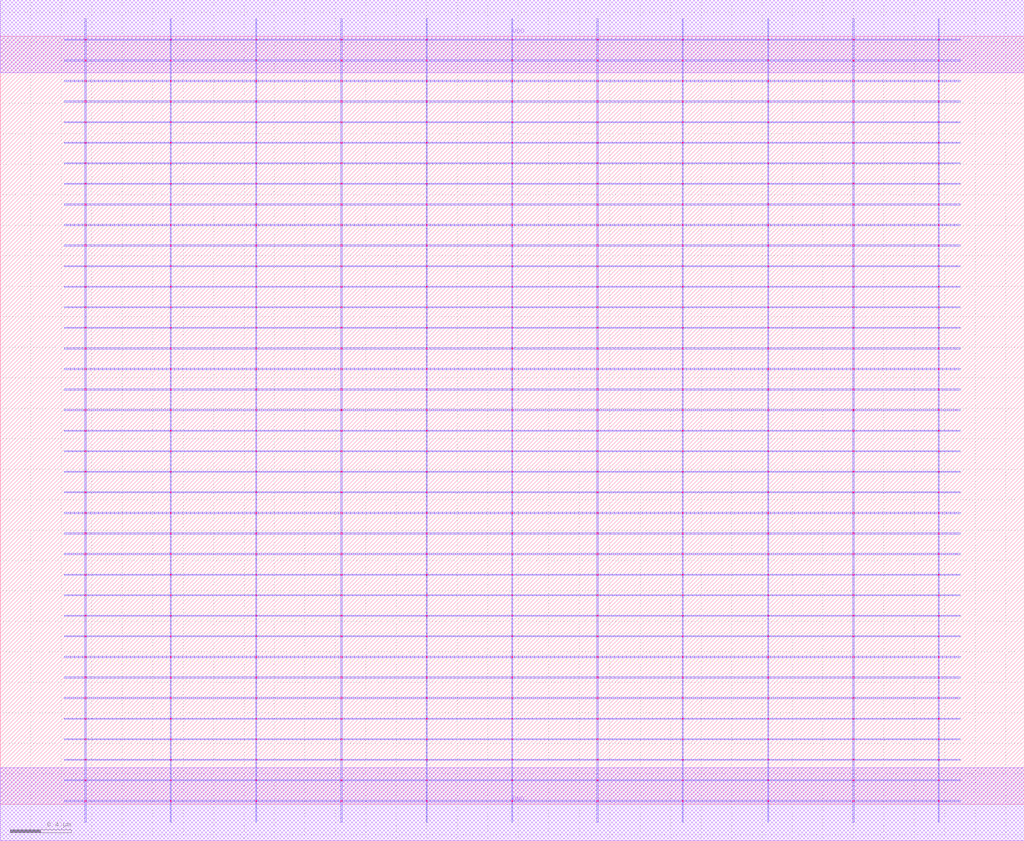
<source format=lef>
MACRO AOI41
 CLASS CORE ;
 FOREIGN AOI41 0 0 ;
 SIZE 6.72 BY 5.04 ;
 ORIGIN 0 0 ;
 SYMMETRY X Y R90 ;
 SITE unit ;
  PIN VDD
   DIRECTION INOUT ;
   USE POWER ;
   SHAPE ABUTMENT ;
    PORT
     CLASS CORE ;
       LAYER met1 ;
        RECT 0.00000000 4.80000000 6.72000000 5.28000000 ;
    END
  END VDD

  PIN GND
   DIRECTION INOUT ;
   USE POWER ;
   SHAPE ABUTMENT ;
    PORT
     CLASS CORE ;
       LAYER met1 ;
        RECT 0.00000000 -0.24000000 6.72000000 0.24000000 ;
    END
  END GND

 OBS
    LAYER polycont ;
     RECT 1.11600000 2.58300000 1.12400000 2.59100000 ;
     RECT 2.23600000 2.58300000 2.24400000 2.59100000 ;
     RECT 3.35600000 2.58300000 3.36400000 2.59100000 ;
     RECT 4.47600000 2.58300000 4.48400000 2.59100000 ;
     RECT 5.59600000 2.58300000 5.60400000 2.59100000 ;
     RECT 1.11600000 2.98800000 1.12400000 2.99600000 ;
     RECT 2.23600000 2.98800000 2.24400000 2.99600000 ;
     RECT 3.35600000 2.98800000 3.36400000 2.99600000 ;
     RECT 4.47600000 2.98800000 4.48400000 2.99600000 ;
     RECT 5.59600000 2.98800000 5.60400000 2.99600000 ;

    LAYER pdiffc ;
     RECT 0.55600000 3.39300000 0.56400000 3.40100000 ;
     RECT 1.67600000 3.39300000 1.68400000 3.40100000 ;
     RECT 2.79600000 3.39300000 2.80400000 3.40100000 ;
     RECT 3.91600000 3.39300000 3.92400000 3.40100000 ;
     RECT 5.03600000 3.39300000 5.04400000 3.40100000 ;
     RECT 6.15600000 3.39300000 6.16400000 3.40100000 ;
     RECT 0.55600000 3.52800000 0.56400000 3.53600000 ;
     RECT 1.67600000 3.52800000 1.68400000 3.53600000 ;
     RECT 2.79600000 3.52800000 2.80400000 3.53600000 ;
     RECT 3.91600000 3.52800000 3.92400000 3.53600000 ;
     RECT 5.03600000 3.52800000 5.04400000 3.53600000 ;
     RECT 6.15600000 3.52800000 6.16400000 3.53600000 ;
     RECT 0.55600000 3.66300000 0.56400000 3.67100000 ;
     RECT 1.67600000 3.66300000 1.68400000 3.67100000 ;
     RECT 2.79600000 3.66300000 2.80400000 3.67100000 ;
     RECT 3.91600000 3.66300000 3.92400000 3.67100000 ;
     RECT 5.03600000 3.66300000 5.04400000 3.67100000 ;
     RECT 6.15600000 3.66300000 6.16400000 3.67100000 ;
     RECT 0.55600000 3.79800000 0.56400000 3.80600000 ;
     RECT 1.67600000 3.79800000 1.68400000 3.80600000 ;
     RECT 2.79600000 3.79800000 2.80400000 3.80600000 ;
     RECT 3.91600000 3.79800000 3.92400000 3.80600000 ;
     RECT 5.03600000 3.79800000 5.04400000 3.80600000 ;
     RECT 6.15600000 3.79800000 6.16400000 3.80600000 ;
     RECT 0.55600000 3.93300000 0.56400000 3.94100000 ;
     RECT 1.67600000 3.93300000 1.68400000 3.94100000 ;
     RECT 2.79600000 3.93300000 2.80400000 3.94100000 ;
     RECT 3.91600000 3.93300000 3.92400000 3.94100000 ;
     RECT 5.03600000 3.93300000 5.04400000 3.94100000 ;
     RECT 6.15600000 3.93300000 6.16400000 3.94100000 ;
     RECT 0.55600000 4.06800000 0.56400000 4.07600000 ;
     RECT 1.67600000 4.06800000 1.68400000 4.07600000 ;
     RECT 2.79600000 4.06800000 2.80400000 4.07600000 ;
     RECT 3.91600000 4.06800000 3.92400000 4.07600000 ;
     RECT 5.03600000 4.06800000 5.04400000 4.07600000 ;
     RECT 6.15600000 4.06800000 6.16400000 4.07600000 ;
     RECT 0.55600000 4.20300000 0.56400000 4.21100000 ;
     RECT 1.67600000 4.20300000 1.68400000 4.21100000 ;
     RECT 2.79600000 4.20300000 2.80400000 4.21100000 ;
     RECT 3.91600000 4.20300000 3.92400000 4.21100000 ;
     RECT 5.03600000 4.20300000 5.04400000 4.21100000 ;
     RECT 6.15600000 4.20300000 6.16400000 4.21100000 ;
     RECT 0.55600000 4.33800000 0.56400000 4.34600000 ;
     RECT 1.67600000 4.33800000 1.68400000 4.34600000 ;
     RECT 2.79600000 4.33800000 2.80400000 4.34600000 ;
     RECT 3.91600000 4.33800000 3.92400000 4.34600000 ;
     RECT 5.03600000 4.33800000 5.04400000 4.34600000 ;
     RECT 6.15600000 4.33800000 6.16400000 4.34600000 ;
     RECT 0.55600000 4.47300000 0.56400000 4.48100000 ;
     RECT 1.67600000 4.47300000 1.68400000 4.48100000 ;
     RECT 2.79600000 4.47300000 2.80400000 4.48100000 ;
     RECT 3.91600000 4.47300000 3.92400000 4.48100000 ;
     RECT 5.03600000 4.47300000 5.04400000 4.48100000 ;
     RECT 6.15600000 4.47300000 6.16400000 4.48100000 ;
     RECT 0.55600000 4.60800000 0.56400000 4.61600000 ;
     RECT 1.67600000 4.60800000 1.68400000 4.61600000 ;
     RECT 2.79600000 4.60800000 2.80400000 4.61600000 ;
     RECT 3.91600000 4.60800000 3.92400000 4.61600000 ;
     RECT 5.03600000 4.60800000 5.04400000 4.61600000 ;
     RECT 6.15600000 4.60800000 6.16400000 4.61600000 ;

    LAYER ndiffc ;
     RECT 0.55600000 0.42300000 0.56400000 0.43100000 ;
     RECT 1.67600000 0.42300000 1.68400000 0.43100000 ;
     RECT 2.79600000 0.42300000 2.80400000 0.43100000 ;
     RECT 3.91600000 0.42300000 3.92400000 0.43100000 ;
     RECT 5.03600000 0.42300000 5.04400000 0.43100000 ;
     RECT 6.15600000 0.42300000 6.16400000 0.43100000 ;
     RECT 0.55600000 0.55800000 0.56400000 0.56600000 ;
     RECT 1.67600000 0.55800000 1.68400000 0.56600000 ;
     RECT 2.79600000 0.55800000 2.80400000 0.56600000 ;
     RECT 3.91600000 0.55800000 3.92400000 0.56600000 ;
     RECT 5.03600000 0.55800000 5.04400000 0.56600000 ;
     RECT 6.15600000 0.55800000 6.16400000 0.56600000 ;
     RECT 0.55600000 0.69300000 0.56400000 0.70100000 ;
     RECT 1.67600000 0.69300000 1.68400000 0.70100000 ;
     RECT 2.79600000 0.69300000 2.80400000 0.70100000 ;
     RECT 3.91600000 0.69300000 3.92400000 0.70100000 ;
     RECT 5.03600000 0.69300000 5.04400000 0.70100000 ;
     RECT 6.15600000 0.69300000 6.16400000 0.70100000 ;
     RECT 0.55600000 0.82800000 0.56400000 0.83600000 ;
     RECT 1.67600000 0.82800000 1.68400000 0.83600000 ;
     RECT 2.79600000 0.82800000 2.80400000 0.83600000 ;
     RECT 3.91600000 0.82800000 3.92400000 0.83600000 ;
     RECT 5.03600000 0.82800000 5.04400000 0.83600000 ;
     RECT 6.15600000 0.82800000 6.16400000 0.83600000 ;
     RECT 0.55600000 0.96300000 0.56400000 0.97100000 ;
     RECT 1.67600000 0.96300000 1.68400000 0.97100000 ;
     RECT 2.79600000 0.96300000 2.80400000 0.97100000 ;
     RECT 3.91600000 0.96300000 3.92400000 0.97100000 ;
     RECT 5.03600000 0.96300000 5.04400000 0.97100000 ;
     RECT 6.15600000 0.96300000 6.16400000 0.97100000 ;
     RECT 0.55600000 1.09800000 0.56400000 1.10600000 ;
     RECT 1.67600000 1.09800000 1.68400000 1.10600000 ;
     RECT 2.79600000 1.09800000 2.80400000 1.10600000 ;
     RECT 3.91600000 1.09800000 3.92400000 1.10600000 ;
     RECT 5.03600000 1.09800000 5.04400000 1.10600000 ;
     RECT 6.15600000 1.09800000 6.16400000 1.10600000 ;
     RECT 0.55600000 1.23300000 0.56400000 1.24100000 ;
     RECT 1.67600000 1.23300000 1.68400000 1.24100000 ;
     RECT 2.79600000 1.23300000 2.80400000 1.24100000 ;
     RECT 3.91600000 1.23300000 3.92400000 1.24100000 ;
     RECT 5.03600000 1.23300000 5.04400000 1.24100000 ;
     RECT 6.15600000 1.23300000 6.16400000 1.24100000 ;
     RECT 0.55600000 1.36800000 0.56400000 1.37600000 ;
     RECT 1.67600000 1.36800000 1.68400000 1.37600000 ;
     RECT 2.79600000 1.36800000 2.80400000 1.37600000 ;
     RECT 3.91600000 1.36800000 3.92400000 1.37600000 ;
     RECT 5.03600000 1.36800000 5.04400000 1.37600000 ;
     RECT 6.15600000 1.36800000 6.16400000 1.37600000 ;
     RECT 0.55600000 1.50300000 0.56400000 1.51100000 ;
     RECT 1.67600000 1.50300000 1.68400000 1.51100000 ;
     RECT 2.79600000 1.50300000 2.80400000 1.51100000 ;
     RECT 3.91600000 1.50300000 3.92400000 1.51100000 ;
     RECT 5.03600000 1.50300000 5.04400000 1.51100000 ;
     RECT 6.15600000 1.50300000 6.16400000 1.51100000 ;
     RECT 0.55600000 1.63800000 0.56400000 1.64600000 ;
     RECT 1.67600000 1.63800000 1.68400000 1.64600000 ;
     RECT 2.79600000 1.63800000 2.80400000 1.64600000 ;
     RECT 3.91600000 1.63800000 3.92400000 1.64600000 ;
     RECT 5.03600000 1.63800000 5.04400000 1.64600000 ;
     RECT 6.15600000 1.63800000 6.16400000 1.64600000 ;
     RECT 0.55600000 1.77300000 0.56400000 1.78100000 ;
     RECT 1.67600000 1.77300000 1.68400000 1.78100000 ;
     RECT 2.79600000 1.77300000 2.80400000 1.78100000 ;
     RECT 3.91600000 1.77300000 3.92400000 1.78100000 ;
     RECT 5.03600000 1.77300000 5.04400000 1.78100000 ;
     RECT 6.15600000 1.77300000 6.16400000 1.78100000 ;
     RECT 0.55600000 1.90800000 0.56400000 1.91600000 ;
     RECT 1.67600000 1.90800000 1.68400000 1.91600000 ;
     RECT 2.79600000 1.90800000 2.80400000 1.91600000 ;
     RECT 3.91600000 1.90800000 3.92400000 1.91600000 ;
     RECT 5.03600000 1.90800000 5.04400000 1.91600000 ;
     RECT 6.15600000 1.90800000 6.16400000 1.91600000 ;
     RECT 0.55600000 2.04300000 0.56400000 2.05100000 ;
     RECT 1.67600000 2.04300000 1.68400000 2.05100000 ;
     RECT 2.79600000 2.04300000 2.80400000 2.05100000 ;
     RECT 3.91600000 2.04300000 3.92400000 2.05100000 ;
     RECT 5.03600000 2.04300000 5.04400000 2.05100000 ;
     RECT 6.15600000 2.04300000 6.16400000 2.05100000 ;

    LAYER met1 ;
     RECT 0.00000000 -0.24000000 6.72000000 0.24000000 ;
     RECT 3.35600000 0.24000000 3.36400000 0.28800000 ;
     RECT 0.44500000 0.28800000 6.27500000 0.29600000 ;
     RECT 3.35600000 0.29600000 3.36400000 0.42300000 ;
     RECT 0.44500000 0.42300000 6.27500000 0.43100000 ;
     RECT 3.35600000 0.43100000 3.36400000 0.55800000 ;
     RECT 0.44500000 0.55800000 6.27500000 0.56600000 ;
     RECT 3.35600000 0.56600000 3.36400000 0.69300000 ;
     RECT 0.44500000 0.69300000 6.27500000 0.70100000 ;
     RECT 3.35600000 0.70100000 3.36400000 0.82800000 ;
     RECT 0.44500000 0.82800000 6.27500000 0.83600000 ;
     RECT 3.35600000 0.83600000 3.36400000 0.96300000 ;
     RECT 0.44500000 0.96300000 6.27500000 0.97100000 ;
     RECT 3.35600000 0.97100000 3.36400000 1.09800000 ;
     RECT 0.44500000 1.09800000 6.27500000 1.10600000 ;
     RECT 3.35600000 1.10600000 3.36400000 1.23300000 ;
     RECT 0.44500000 1.23300000 6.27500000 1.24100000 ;
     RECT 3.35600000 1.24100000 3.36400000 1.36800000 ;
     RECT 0.44500000 1.36800000 6.27500000 1.37600000 ;
     RECT 3.35600000 1.37600000 3.36400000 1.50300000 ;
     RECT 0.44500000 1.50300000 6.27500000 1.51100000 ;
     RECT 3.35600000 1.51100000 3.36400000 1.63800000 ;
     RECT 0.44500000 1.63800000 6.27500000 1.64600000 ;
     RECT 3.35600000 1.64600000 3.36400000 1.77300000 ;
     RECT 0.44500000 1.77300000 6.27500000 1.78100000 ;
     RECT 3.35600000 1.78100000 3.36400000 1.90800000 ;
     RECT 0.44500000 1.90800000 6.27500000 1.91600000 ;
     RECT 3.35600000 1.91600000 3.36400000 2.04300000 ;
     RECT 0.44500000 2.04300000 6.27500000 2.05100000 ;
     RECT 3.35600000 2.05100000 3.36400000 2.17800000 ;
     RECT 0.44500000 2.17800000 6.27500000 2.18600000 ;
     RECT 3.35600000 2.18600000 3.36400000 2.31300000 ;
     RECT 0.44500000 2.31300000 6.27500000 2.32100000 ;
     RECT 3.35600000 2.32100000 3.36400000 2.44800000 ;
     RECT 0.44500000 2.44800000 6.27500000 2.45600000 ;
     RECT 0.55600000 2.45600000 0.56400000 2.58300000 ;
     RECT 1.11600000 2.45600000 1.12400000 2.58300000 ;
     RECT 1.67600000 2.45600000 1.68400000 2.58300000 ;
     RECT 2.23600000 2.45600000 2.24400000 2.58300000 ;
     RECT 2.79600000 2.45600000 2.80400000 2.58300000 ;
     RECT 3.35600000 2.45600000 3.36400000 2.58300000 ;
     RECT 3.91600000 2.45600000 3.92400000 2.58300000 ;
     RECT 4.47600000 2.45600000 4.48400000 2.58300000 ;
     RECT 5.03600000 2.45600000 5.04400000 2.58300000 ;
     RECT 5.59600000 2.45600000 5.60400000 2.58300000 ;
     RECT 6.15600000 2.45600000 6.16400000 2.58300000 ;
     RECT 0.44500000 2.58300000 6.27500000 2.59100000 ;
     RECT 3.35600000 2.59100000 3.36400000 2.71800000 ;
     RECT 0.44500000 2.71800000 6.27500000 2.72600000 ;
     RECT 3.35600000 2.72600000 3.36400000 2.85300000 ;
     RECT 0.44500000 2.85300000 6.27500000 2.86100000 ;
     RECT 3.35600000 2.86100000 3.36400000 2.98800000 ;
     RECT 0.44500000 2.98800000 6.27500000 2.99600000 ;
     RECT 3.35600000 2.99600000 3.36400000 3.12300000 ;
     RECT 0.44500000 3.12300000 6.27500000 3.13100000 ;
     RECT 3.35600000 3.13100000 3.36400000 3.25800000 ;
     RECT 0.44500000 3.25800000 6.27500000 3.26600000 ;
     RECT 3.35600000 3.26600000 3.36400000 3.39300000 ;
     RECT 0.44500000 3.39300000 6.27500000 3.40100000 ;
     RECT 3.35600000 3.40100000 3.36400000 3.52800000 ;
     RECT 0.44500000 3.52800000 6.27500000 3.53600000 ;
     RECT 3.35600000 3.53600000 3.36400000 3.66300000 ;
     RECT 0.44500000 3.66300000 6.27500000 3.67100000 ;
     RECT 3.35600000 3.67100000 3.36400000 3.79800000 ;
     RECT 0.44500000 3.79800000 6.27500000 3.80600000 ;
     RECT 3.35600000 3.80600000 3.36400000 3.93300000 ;
     RECT 0.44500000 3.93300000 6.27500000 3.94100000 ;
     RECT 3.35600000 3.94100000 3.36400000 4.06800000 ;
     RECT 0.44500000 4.06800000 6.27500000 4.07600000 ;
     RECT 3.35600000 4.07600000 3.36400000 4.20300000 ;
     RECT 0.44500000 4.20300000 6.27500000 4.21100000 ;
     RECT 3.35600000 4.21100000 3.36400000 4.33800000 ;
     RECT 0.44500000 4.33800000 6.27500000 4.34600000 ;
     RECT 3.35600000 4.34600000 3.36400000 4.47300000 ;
     RECT 0.44500000 4.47300000 6.27500000 4.48100000 ;
     RECT 3.35600000 4.48100000 3.36400000 4.60800000 ;
     RECT 0.44500000 4.60800000 6.27500000 4.61600000 ;
     RECT 3.35600000 4.61600000 3.36400000 4.74300000 ;
     RECT 0.44500000 4.74300000 6.27500000 4.75100000 ;
     RECT 3.35600000 4.75100000 3.36400000 4.80000000 ;
     RECT 0.00000000 4.80000000 6.72000000 5.28000000 ;
     RECT 4.47600000 2.72600000 4.48400000 2.85300000 ;
     RECT 5.03600000 2.72600000 5.04400000 2.85300000 ;
     RECT 3.91600000 3.26600000 3.92400000 3.39300000 ;
     RECT 4.47600000 3.26600000 4.48400000 3.39300000 ;
     RECT 5.03600000 3.26600000 5.04400000 3.39300000 ;
     RECT 5.59600000 3.26600000 5.60400000 3.39300000 ;
     RECT 6.15600000 3.26600000 6.16400000 3.39300000 ;
     RECT 5.59600000 2.72600000 5.60400000 2.85300000 ;
     RECT 6.15600000 2.72600000 6.16400000 2.85300000 ;
     RECT 3.91600000 3.40100000 3.92400000 3.52800000 ;
     RECT 4.47600000 3.40100000 4.48400000 3.52800000 ;
     RECT 5.03600000 3.40100000 5.04400000 3.52800000 ;
     RECT 5.59600000 3.40100000 5.60400000 3.52800000 ;
     RECT 6.15600000 3.40100000 6.16400000 3.52800000 ;
     RECT 5.03600000 2.59100000 5.04400000 2.71800000 ;
     RECT 5.59600000 2.59100000 5.60400000 2.71800000 ;
     RECT 3.91600000 3.53600000 3.92400000 3.66300000 ;
     RECT 4.47600000 3.53600000 4.48400000 3.66300000 ;
     RECT 5.03600000 3.53600000 5.04400000 3.66300000 ;
     RECT 5.59600000 3.53600000 5.60400000 3.66300000 ;
     RECT 6.15600000 3.53600000 6.16400000 3.66300000 ;
     RECT 3.91600000 2.86100000 3.92400000 2.98800000 ;
     RECT 4.47600000 2.86100000 4.48400000 2.98800000 ;
     RECT 3.91600000 3.67100000 3.92400000 3.79800000 ;
     RECT 4.47600000 3.67100000 4.48400000 3.79800000 ;
     RECT 5.03600000 3.67100000 5.04400000 3.79800000 ;
     RECT 5.59600000 3.67100000 5.60400000 3.79800000 ;
     RECT 6.15600000 3.67100000 6.16400000 3.79800000 ;
     RECT 5.03600000 2.86100000 5.04400000 2.98800000 ;
     RECT 5.59600000 2.86100000 5.60400000 2.98800000 ;
     RECT 3.91600000 3.80600000 3.92400000 3.93300000 ;
     RECT 4.47600000 3.80600000 4.48400000 3.93300000 ;
     RECT 5.03600000 3.80600000 5.04400000 3.93300000 ;
     RECT 5.59600000 3.80600000 5.60400000 3.93300000 ;
     RECT 6.15600000 3.80600000 6.16400000 3.93300000 ;
     RECT 6.15600000 2.86100000 6.16400000 2.98800000 ;
     RECT 6.15600000 2.59100000 6.16400000 2.71800000 ;
     RECT 3.91600000 3.94100000 3.92400000 4.06800000 ;
     RECT 4.47600000 3.94100000 4.48400000 4.06800000 ;
     RECT 5.03600000 3.94100000 5.04400000 4.06800000 ;
     RECT 5.59600000 3.94100000 5.60400000 4.06800000 ;
     RECT 6.15600000 3.94100000 6.16400000 4.06800000 ;
     RECT 3.91600000 2.59100000 3.92400000 2.71800000 ;
     RECT 3.91600000 2.99600000 3.92400000 3.12300000 ;
     RECT 3.91600000 4.07600000 3.92400000 4.20300000 ;
     RECT 4.47600000 4.07600000 4.48400000 4.20300000 ;
     RECT 5.03600000 4.07600000 5.04400000 4.20300000 ;
     RECT 5.59600000 4.07600000 5.60400000 4.20300000 ;
     RECT 6.15600000 4.07600000 6.16400000 4.20300000 ;
     RECT 4.47600000 2.99600000 4.48400000 3.12300000 ;
     RECT 5.03600000 2.99600000 5.04400000 3.12300000 ;
     RECT 3.91600000 4.21100000 3.92400000 4.33800000 ;
     RECT 4.47600000 4.21100000 4.48400000 4.33800000 ;
     RECT 5.03600000 4.21100000 5.04400000 4.33800000 ;
     RECT 5.59600000 4.21100000 5.60400000 4.33800000 ;
     RECT 6.15600000 4.21100000 6.16400000 4.33800000 ;
     RECT 5.59600000 2.99600000 5.60400000 3.12300000 ;
     RECT 6.15600000 2.99600000 6.16400000 3.12300000 ;
     RECT 3.91600000 4.34600000 3.92400000 4.47300000 ;
     RECT 4.47600000 4.34600000 4.48400000 4.47300000 ;
     RECT 5.03600000 4.34600000 5.04400000 4.47300000 ;
     RECT 5.59600000 4.34600000 5.60400000 4.47300000 ;
     RECT 6.15600000 4.34600000 6.16400000 4.47300000 ;
     RECT 4.47600000 2.59100000 4.48400000 2.71800000 ;
     RECT 3.91600000 2.72600000 3.92400000 2.85300000 ;
     RECT 3.91600000 4.48100000 3.92400000 4.60800000 ;
     RECT 4.47600000 4.48100000 4.48400000 4.60800000 ;
     RECT 5.03600000 4.48100000 5.04400000 4.60800000 ;
     RECT 5.59600000 4.48100000 5.60400000 4.60800000 ;
     RECT 6.15600000 4.48100000 6.16400000 4.60800000 ;
     RECT 3.91600000 3.13100000 3.92400000 3.25800000 ;
     RECT 4.47600000 3.13100000 4.48400000 3.25800000 ;
     RECT 3.91600000 4.61600000 3.92400000 4.74300000 ;
     RECT 4.47600000 4.61600000 4.48400000 4.74300000 ;
     RECT 5.03600000 4.61600000 5.04400000 4.74300000 ;
     RECT 5.59600000 4.61600000 5.60400000 4.74300000 ;
     RECT 6.15600000 4.61600000 6.16400000 4.74300000 ;
     RECT 5.03600000 3.13100000 5.04400000 3.25800000 ;
     RECT 5.59600000 3.13100000 5.60400000 3.25800000 ;
     RECT 3.91600000 4.75100000 3.92400000 4.80000000 ;
     RECT 4.47600000 4.75100000 4.48400000 4.80000000 ;
     RECT 5.03600000 4.75100000 5.04400000 4.80000000 ;
     RECT 5.59600000 4.75100000 5.60400000 4.80000000 ;
     RECT 6.15600000 4.75100000 6.16400000 4.80000000 ;
     RECT 6.15600000 3.13100000 6.16400000 3.25800000 ;
     RECT 2.23600000 2.99600000 2.24400000 3.12300000 ;
     RECT 0.55600000 3.94100000 0.56400000 4.06800000 ;
     RECT 1.11600000 3.94100000 1.12400000 4.06800000 ;
     RECT 1.67600000 3.94100000 1.68400000 4.06800000 ;
     RECT 2.23600000 3.94100000 2.24400000 4.06800000 ;
     RECT 2.79600000 3.94100000 2.80400000 4.06800000 ;
     RECT 2.79600000 2.99600000 2.80400000 3.12300000 ;
     RECT 1.11600000 2.59100000 1.12400000 2.71800000 ;
     RECT 0.55600000 3.40100000 0.56400000 3.52800000 ;
     RECT 1.11600000 3.40100000 1.12400000 3.52800000 ;
     RECT 1.67600000 3.40100000 1.68400000 3.52800000 ;
     RECT 2.23600000 3.40100000 2.24400000 3.52800000 ;
     RECT 2.79600000 3.40100000 2.80400000 3.52800000 ;
     RECT 0.55600000 4.07600000 0.56400000 4.20300000 ;
     RECT 1.11600000 4.07600000 1.12400000 4.20300000 ;
     RECT 1.67600000 4.07600000 1.68400000 4.20300000 ;
     RECT 2.23600000 4.07600000 2.24400000 4.20300000 ;
     RECT 2.79600000 4.07600000 2.80400000 4.20300000 ;
     RECT 0.55600000 2.72600000 0.56400000 2.85300000 ;
     RECT 1.11600000 2.72600000 1.12400000 2.85300000 ;
     RECT 0.55600000 2.86100000 0.56400000 2.98800000 ;
     RECT 1.11600000 2.86100000 1.12400000 2.98800000 ;
     RECT 1.67600000 2.86100000 1.68400000 2.98800000 ;
     RECT 2.23600000 2.86100000 2.24400000 2.98800000 ;
     RECT 0.55600000 3.13100000 0.56400000 3.25800000 ;
     RECT 0.55600000 4.21100000 0.56400000 4.33800000 ;
     RECT 1.11600000 4.21100000 1.12400000 4.33800000 ;
     RECT 1.67600000 4.21100000 1.68400000 4.33800000 ;
     RECT 2.23600000 4.21100000 2.24400000 4.33800000 ;
     RECT 2.79600000 4.21100000 2.80400000 4.33800000 ;
     RECT 0.55600000 3.53600000 0.56400000 3.66300000 ;
     RECT 1.11600000 3.53600000 1.12400000 3.66300000 ;
     RECT 1.67600000 3.53600000 1.68400000 3.66300000 ;
     RECT 2.23600000 3.53600000 2.24400000 3.66300000 ;
     RECT 2.79600000 3.53600000 2.80400000 3.66300000 ;
     RECT 1.11600000 3.13100000 1.12400000 3.25800000 ;
     RECT 1.67600000 3.13100000 1.68400000 3.25800000 ;
     RECT 0.55600000 4.34600000 0.56400000 4.47300000 ;
     RECT 1.11600000 4.34600000 1.12400000 4.47300000 ;
     RECT 1.67600000 4.34600000 1.68400000 4.47300000 ;
     RECT 2.23600000 4.34600000 2.24400000 4.47300000 ;
     RECT 2.79600000 4.34600000 2.80400000 4.47300000 ;
     RECT 2.23600000 3.13100000 2.24400000 3.25800000 ;
     RECT 2.79600000 3.13100000 2.80400000 3.25800000 ;
     RECT 2.79600000 2.86100000 2.80400000 2.98800000 ;
     RECT 1.67600000 2.72600000 1.68400000 2.85300000 ;
     RECT 2.23600000 2.72600000 2.24400000 2.85300000 ;
     RECT 0.55600000 3.67100000 0.56400000 3.79800000 ;
     RECT 1.11600000 3.67100000 1.12400000 3.79800000 ;
     RECT 0.55600000 4.48100000 0.56400000 4.60800000 ;
     RECT 1.11600000 4.48100000 1.12400000 4.60800000 ;
     RECT 1.67600000 4.48100000 1.68400000 4.60800000 ;
     RECT 2.23600000 4.48100000 2.24400000 4.60800000 ;
     RECT 2.79600000 4.48100000 2.80400000 4.60800000 ;
     RECT 1.67600000 3.67100000 1.68400000 3.79800000 ;
     RECT 2.23600000 3.67100000 2.24400000 3.79800000 ;
     RECT 2.79600000 3.67100000 2.80400000 3.79800000 ;
     RECT 2.79600000 2.72600000 2.80400000 2.85300000 ;
     RECT 1.67600000 2.59100000 1.68400000 2.71800000 ;
     RECT 2.23600000 2.59100000 2.24400000 2.71800000 ;
     RECT 2.79600000 2.59100000 2.80400000 2.71800000 ;
     RECT 0.55600000 4.61600000 0.56400000 4.74300000 ;
     RECT 1.11600000 4.61600000 1.12400000 4.74300000 ;
     RECT 1.67600000 4.61600000 1.68400000 4.74300000 ;
     RECT 2.23600000 4.61600000 2.24400000 4.74300000 ;
     RECT 2.79600000 4.61600000 2.80400000 4.74300000 ;
     RECT 0.55600000 3.26600000 0.56400000 3.39300000 ;
     RECT 1.11600000 3.26600000 1.12400000 3.39300000 ;
     RECT 1.67600000 3.26600000 1.68400000 3.39300000 ;
     RECT 0.55600000 3.80600000 0.56400000 3.93300000 ;
     RECT 1.11600000 3.80600000 1.12400000 3.93300000 ;
     RECT 1.67600000 3.80600000 1.68400000 3.93300000 ;
     RECT 2.23600000 3.80600000 2.24400000 3.93300000 ;
     RECT 0.55600000 4.75100000 0.56400000 4.80000000 ;
     RECT 1.11600000 4.75100000 1.12400000 4.80000000 ;
     RECT 1.67600000 4.75100000 1.68400000 4.80000000 ;
     RECT 2.23600000 4.75100000 2.24400000 4.80000000 ;
     RECT 2.79600000 4.75100000 2.80400000 4.80000000 ;
     RECT 2.79600000 3.80600000 2.80400000 3.93300000 ;
     RECT 2.23600000 3.26600000 2.24400000 3.39300000 ;
     RECT 2.79600000 3.26600000 2.80400000 3.39300000 ;
     RECT 0.55600000 2.59100000 0.56400000 2.71800000 ;
     RECT 0.55600000 2.99600000 0.56400000 3.12300000 ;
     RECT 1.11600000 2.99600000 1.12400000 3.12300000 ;
     RECT 1.67600000 2.99600000 1.68400000 3.12300000 ;
     RECT 2.23600000 1.64600000 2.24400000 1.77300000 ;
     RECT 2.79600000 1.64600000 2.80400000 1.77300000 ;
     RECT 1.11600000 0.56600000 1.12400000 0.69300000 ;
     RECT 1.67600000 0.56600000 1.68400000 0.69300000 ;
     RECT 0.55600000 1.78100000 0.56400000 1.90800000 ;
     RECT 1.11600000 1.78100000 1.12400000 1.90800000 ;
     RECT 1.67600000 1.78100000 1.68400000 1.90800000 ;
     RECT 2.23600000 1.78100000 2.24400000 1.90800000 ;
     RECT 2.79600000 1.78100000 2.80400000 1.90800000 ;
     RECT 2.23600000 0.56600000 2.24400000 0.69300000 ;
     RECT 2.79600000 0.56600000 2.80400000 0.69300000 ;
     RECT 0.55600000 1.91600000 0.56400000 2.04300000 ;
     RECT 1.11600000 1.91600000 1.12400000 2.04300000 ;
     RECT 1.67600000 1.91600000 1.68400000 2.04300000 ;
     RECT 2.23600000 1.91600000 2.24400000 2.04300000 ;
     RECT 2.79600000 1.91600000 2.80400000 2.04300000 ;
     RECT 1.11600000 0.24000000 1.12400000 0.28800000 ;
     RECT 0.55600000 0.29600000 0.56400000 0.42300000 ;
     RECT 0.55600000 2.05100000 0.56400000 2.17800000 ;
     RECT 1.11600000 2.05100000 1.12400000 2.17800000 ;
     RECT 1.67600000 2.05100000 1.68400000 2.17800000 ;
     RECT 2.23600000 2.05100000 2.24400000 2.17800000 ;
     RECT 2.79600000 2.05100000 2.80400000 2.17800000 ;
     RECT 0.55600000 0.70100000 0.56400000 0.82800000 ;
     RECT 1.11600000 0.70100000 1.12400000 0.82800000 ;
     RECT 0.55600000 2.18600000 0.56400000 2.31300000 ;
     RECT 1.11600000 2.18600000 1.12400000 2.31300000 ;
     RECT 1.67600000 2.18600000 1.68400000 2.31300000 ;
     RECT 2.23600000 2.18600000 2.24400000 2.31300000 ;
     RECT 2.79600000 2.18600000 2.80400000 2.31300000 ;
     RECT 1.67600000 0.70100000 1.68400000 0.82800000 ;
     RECT 2.23600000 0.70100000 2.24400000 0.82800000 ;
     RECT 0.55600000 2.32100000 0.56400000 2.44800000 ;
     RECT 1.11600000 2.32100000 1.12400000 2.44800000 ;
     RECT 1.67600000 2.32100000 1.68400000 2.44800000 ;
     RECT 2.23600000 2.32100000 2.24400000 2.44800000 ;
     RECT 2.79600000 2.32100000 2.80400000 2.44800000 ;
     RECT 2.79600000 0.70100000 2.80400000 0.82800000 ;
     RECT 1.11600000 0.29600000 1.12400000 0.42300000 ;
     RECT 1.67600000 0.29600000 1.68400000 0.42300000 ;
     RECT 0.55600000 0.83600000 0.56400000 0.96300000 ;
     RECT 1.11600000 0.83600000 1.12400000 0.96300000 ;
     RECT 1.67600000 0.83600000 1.68400000 0.96300000 ;
     RECT 2.23600000 0.83600000 2.24400000 0.96300000 ;
     RECT 2.79600000 0.83600000 2.80400000 0.96300000 ;
     RECT 2.23600000 0.29600000 2.24400000 0.42300000 ;
     RECT 2.79600000 0.29600000 2.80400000 0.42300000 ;
     RECT 0.55600000 0.97100000 0.56400000 1.09800000 ;
     RECT 1.11600000 0.97100000 1.12400000 1.09800000 ;
     RECT 1.67600000 0.97100000 1.68400000 1.09800000 ;
     RECT 2.23600000 0.97100000 2.24400000 1.09800000 ;
     RECT 2.79600000 0.97100000 2.80400000 1.09800000 ;
     RECT 1.67600000 0.24000000 1.68400000 0.28800000 ;
     RECT 2.23600000 0.24000000 2.24400000 0.28800000 ;
     RECT 0.55600000 1.10600000 0.56400000 1.23300000 ;
     RECT 1.11600000 1.10600000 1.12400000 1.23300000 ;
     RECT 1.67600000 1.10600000 1.68400000 1.23300000 ;
     RECT 2.23600000 1.10600000 2.24400000 1.23300000 ;
     RECT 2.79600000 1.10600000 2.80400000 1.23300000 ;
     RECT 0.55600000 0.43100000 0.56400000 0.55800000 ;
     RECT 1.11600000 0.43100000 1.12400000 0.55800000 ;
     RECT 0.55600000 1.24100000 0.56400000 1.36800000 ;
     RECT 1.11600000 1.24100000 1.12400000 1.36800000 ;
     RECT 1.67600000 1.24100000 1.68400000 1.36800000 ;
     RECT 2.23600000 1.24100000 2.24400000 1.36800000 ;
     RECT 2.79600000 1.24100000 2.80400000 1.36800000 ;
     RECT 1.67600000 0.43100000 1.68400000 0.55800000 ;
     RECT 2.23600000 0.43100000 2.24400000 0.55800000 ;
     RECT 0.55600000 1.37600000 0.56400000 1.50300000 ;
     RECT 1.11600000 1.37600000 1.12400000 1.50300000 ;
     RECT 1.67600000 1.37600000 1.68400000 1.50300000 ;
     RECT 2.23600000 1.37600000 2.24400000 1.50300000 ;
     RECT 2.79600000 1.37600000 2.80400000 1.50300000 ;
     RECT 2.79600000 0.43100000 2.80400000 0.55800000 ;
     RECT 2.79600000 0.24000000 2.80400000 0.28800000 ;
     RECT 0.55600000 1.51100000 0.56400000 1.63800000 ;
     RECT 1.11600000 1.51100000 1.12400000 1.63800000 ;
     RECT 1.67600000 1.51100000 1.68400000 1.63800000 ;
     RECT 2.23600000 1.51100000 2.24400000 1.63800000 ;
     RECT 2.79600000 1.51100000 2.80400000 1.63800000 ;
     RECT 0.55600000 0.24000000 0.56400000 0.28800000 ;
     RECT 0.55600000 0.56600000 0.56400000 0.69300000 ;
     RECT 0.55600000 1.64600000 0.56400000 1.77300000 ;
     RECT 1.11600000 1.64600000 1.12400000 1.77300000 ;
     RECT 1.67600000 1.64600000 1.68400000 1.77300000 ;
     RECT 5.59600000 1.91600000 5.60400000 2.04300000 ;
     RECT 6.15600000 1.91600000 6.16400000 2.04300000 ;
     RECT 5.59600000 0.70100000 5.60400000 0.82800000 ;
     RECT 6.15600000 0.70100000 6.16400000 0.82800000 ;
     RECT 6.15600000 0.43100000 6.16400000 0.55800000 ;
     RECT 5.03600000 0.29600000 5.04400000 0.42300000 ;
     RECT 5.59600000 0.29600000 5.60400000 0.42300000 ;
     RECT 3.91600000 1.24100000 3.92400000 1.36800000 ;
     RECT 4.47600000 1.24100000 4.48400000 1.36800000 ;
     RECT 3.91600000 2.05100000 3.92400000 2.17800000 ;
     RECT 4.47600000 2.05100000 4.48400000 2.17800000 ;
     RECT 5.03600000 2.05100000 5.04400000 2.17800000 ;
     RECT 5.59600000 2.05100000 5.60400000 2.17800000 ;
     RECT 6.15600000 2.05100000 6.16400000 2.17800000 ;
     RECT 5.03600000 1.24100000 5.04400000 1.36800000 ;
     RECT 5.59600000 1.24100000 5.60400000 1.36800000 ;
     RECT 6.15600000 1.24100000 6.16400000 1.36800000 ;
     RECT 6.15600000 0.29600000 6.16400000 0.42300000 ;
     RECT 5.03600000 0.24000000 5.04400000 0.28800000 ;
     RECT 5.59600000 0.24000000 5.60400000 0.28800000 ;
     RECT 6.15600000 0.24000000 6.16400000 0.28800000 ;
     RECT 3.91600000 2.18600000 3.92400000 2.31300000 ;
     RECT 4.47600000 2.18600000 4.48400000 2.31300000 ;
     RECT 5.03600000 2.18600000 5.04400000 2.31300000 ;
     RECT 5.59600000 2.18600000 5.60400000 2.31300000 ;
     RECT 6.15600000 2.18600000 6.16400000 2.31300000 ;
     RECT 3.91600000 0.83600000 3.92400000 0.96300000 ;
     RECT 4.47600000 0.83600000 4.48400000 0.96300000 ;
     RECT 5.03600000 0.83600000 5.04400000 0.96300000 ;
     RECT 3.91600000 1.37600000 3.92400000 1.50300000 ;
     RECT 4.47600000 1.37600000 4.48400000 1.50300000 ;
     RECT 5.03600000 1.37600000 5.04400000 1.50300000 ;
     RECT 5.59600000 1.37600000 5.60400000 1.50300000 ;
     RECT 3.91600000 2.32100000 3.92400000 2.44800000 ;
     RECT 4.47600000 2.32100000 4.48400000 2.44800000 ;
     RECT 5.03600000 2.32100000 5.04400000 2.44800000 ;
     RECT 5.59600000 2.32100000 5.60400000 2.44800000 ;
     RECT 6.15600000 2.32100000 6.16400000 2.44800000 ;
     RECT 6.15600000 1.37600000 6.16400000 1.50300000 ;
     RECT 5.59600000 0.83600000 5.60400000 0.96300000 ;
     RECT 6.15600000 0.83600000 6.16400000 0.96300000 ;
     RECT 3.91600000 0.24000000 3.92400000 0.28800000 ;
     RECT 3.91600000 0.56600000 3.92400000 0.69300000 ;
     RECT 4.47600000 0.56600000 4.48400000 0.69300000 ;
     RECT 5.03600000 0.56600000 5.04400000 0.69300000 ;
     RECT 5.59600000 0.56600000 5.60400000 0.69300000 ;
     RECT 3.91600000 1.51100000 3.92400000 1.63800000 ;
     RECT 4.47600000 1.51100000 4.48400000 1.63800000 ;
     RECT 5.03600000 1.51100000 5.04400000 1.63800000 ;
     RECT 5.59600000 1.51100000 5.60400000 1.63800000 ;
     RECT 6.15600000 1.51100000 6.16400000 1.63800000 ;
     RECT 6.15600000 0.56600000 6.16400000 0.69300000 ;
     RECT 4.47600000 0.24000000 4.48400000 0.28800000 ;
     RECT 3.91600000 0.97100000 3.92400000 1.09800000 ;
     RECT 4.47600000 0.97100000 4.48400000 1.09800000 ;
     RECT 5.03600000 0.97100000 5.04400000 1.09800000 ;
     RECT 5.59600000 0.97100000 5.60400000 1.09800000 ;
     RECT 6.15600000 0.97100000 6.16400000 1.09800000 ;
     RECT 3.91600000 1.64600000 3.92400000 1.77300000 ;
     RECT 4.47600000 1.64600000 4.48400000 1.77300000 ;
     RECT 5.03600000 1.64600000 5.04400000 1.77300000 ;
     RECT 5.59600000 1.64600000 5.60400000 1.77300000 ;
     RECT 6.15600000 1.64600000 6.16400000 1.77300000 ;
     RECT 3.91600000 0.29600000 3.92400000 0.42300000 ;
     RECT 4.47600000 0.29600000 4.48400000 0.42300000 ;
     RECT 3.91600000 0.43100000 3.92400000 0.55800000 ;
     RECT 4.47600000 0.43100000 4.48400000 0.55800000 ;
     RECT 5.03600000 0.43100000 5.04400000 0.55800000 ;
     RECT 5.59600000 0.43100000 5.60400000 0.55800000 ;
     RECT 3.91600000 0.70100000 3.92400000 0.82800000 ;
     RECT 3.91600000 1.78100000 3.92400000 1.90800000 ;
     RECT 4.47600000 1.78100000 4.48400000 1.90800000 ;
     RECT 5.03600000 1.78100000 5.04400000 1.90800000 ;
     RECT 5.59600000 1.78100000 5.60400000 1.90800000 ;
     RECT 6.15600000 1.78100000 6.16400000 1.90800000 ;
     RECT 3.91600000 1.10600000 3.92400000 1.23300000 ;
     RECT 4.47600000 1.10600000 4.48400000 1.23300000 ;
     RECT 5.03600000 1.10600000 5.04400000 1.23300000 ;
     RECT 5.59600000 1.10600000 5.60400000 1.23300000 ;
     RECT 6.15600000 1.10600000 6.16400000 1.23300000 ;
     RECT 4.47600000 0.70100000 4.48400000 0.82800000 ;
     RECT 5.03600000 0.70100000 5.04400000 0.82800000 ;
     RECT 3.91600000 1.91600000 3.92400000 2.04300000 ;
     RECT 4.47600000 1.91600000 4.48400000 2.04300000 ;
     RECT 5.03600000 1.91600000 5.04400000 2.04300000 ;

    LAYER via1 ;
     RECT 3.35600000 0.01800000 3.36400000 0.02600000 ;
     RECT 3.35600000 0.15300000 3.36400000 0.16100000 ;
     RECT 3.35600000 0.28800000 3.36400000 0.29600000 ;
     RECT 3.35600000 0.42300000 3.36400000 0.43100000 ;
     RECT 3.35600000 0.55800000 3.36400000 0.56600000 ;
     RECT 3.35600000 0.69300000 3.36400000 0.70100000 ;
     RECT 3.35600000 0.82800000 3.36400000 0.83600000 ;
     RECT 3.35600000 0.96300000 3.36400000 0.97100000 ;
     RECT 3.35600000 1.09800000 3.36400000 1.10600000 ;
     RECT 3.35600000 1.23300000 3.36400000 1.24100000 ;
     RECT 3.35600000 1.36800000 3.36400000 1.37600000 ;
     RECT 3.35600000 1.50300000 3.36400000 1.51100000 ;
     RECT 3.35600000 1.63800000 3.36400000 1.64600000 ;
     RECT 3.35600000 1.77300000 3.36400000 1.78100000 ;
     RECT 3.35600000 1.90800000 3.36400000 1.91600000 ;
     RECT 3.35600000 2.04300000 3.36400000 2.05100000 ;
     RECT 3.35600000 2.17800000 3.36400000 2.18600000 ;
     RECT 3.35600000 2.31300000 3.36400000 2.32100000 ;
     RECT 3.35600000 2.44800000 3.36400000 2.45600000 ;
     RECT 3.35600000 2.58300000 3.36400000 2.59100000 ;
     RECT 3.35600000 2.71800000 3.36400000 2.72600000 ;
     RECT 3.35600000 2.85300000 3.36400000 2.86100000 ;
     RECT 3.35600000 2.98800000 3.36400000 2.99600000 ;
     RECT 3.35600000 3.12300000 3.36400000 3.13100000 ;
     RECT 3.35600000 3.25800000 3.36400000 3.26600000 ;
     RECT 3.35600000 3.39300000 3.36400000 3.40100000 ;
     RECT 3.35600000 3.52800000 3.36400000 3.53600000 ;
     RECT 3.35600000 3.66300000 3.36400000 3.67100000 ;
     RECT 3.35600000 3.79800000 3.36400000 3.80600000 ;
     RECT 3.35600000 3.93300000 3.36400000 3.94100000 ;
     RECT 3.35600000 4.06800000 3.36400000 4.07600000 ;
     RECT 3.35600000 4.20300000 3.36400000 4.21100000 ;
     RECT 3.35600000 4.33800000 3.36400000 4.34600000 ;
     RECT 3.35600000 4.47300000 3.36400000 4.48100000 ;
     RECT 3.35600000 4.60800000 3.36400000 4.61600000 ;
     RECT 3.35600000 4.74300000 3.36400000 4.75100000 ;
     RECT 3.35600000 4.87800000 3.36400000 4.88600000 ;
     RECT 3.35600000 5.01300000 3.36400000 5.02100000 ;
     RECT 3.91600000 2.98800000 3.92400000 2.99600000 ;
     RECT 4.47600000 2.98800000 4.48400000 2.99600000 ;
     RECT 5.03600000 2.98800000 5.04400000 2.99600000 ;
     RECT 5.59600000 2.98800000 5.60400000 2.99600000 ;
     RECT 6.15600000 2.98800000 6.16400000 2.99600000 ;
     RECT 5.59600000 2.58300000 5.60400000 2.59100000 ;
     RECT 3.91600000 3.12300000 3.92400000 3.13100000 ;
     RECT 4.47600000 3.12300000 4.48400000 3.13100000 ;
     RECT 5.03600000 3.12300000 5.04400000 3.13100000 ;
     RECT 5.59600000 3.12300000 5.60400000 3.13100000 ;
     RECT 6.15600000 3.12300000 6.16400000 3.13100000 ;
     RECT 6.15600000 2.58300000 6.16400000 2.59100000 ;
     RECT 3.91600000 3.25800000 3.92400000 3.26600000 ;
     RECT 4.47600000 3.25800000 4.48400000 3.26600000 ;
     RECT 5.03600000 3.25800000 5.04400000 3.26600000 ;
     RECT 5.59600000 3.25800000 5.60400000 3.26600000 ;
     RECT 6.15600000 3.25800000 6.16400000 3.26600000 ;
     RECT 3.91600000 2.58300000 3.92400000 2.59100000 ;
     RECT 3.91600000 3.39300000 3.92400000 3.40100000 ;
     RECT 4.47600000 3.39300000 4.48400000 3.40100000 ;
     RECT 5.03600000 3.39300000 5.04400000 3.40100000 ;
     RECT 5.59600000 3.39300000 5.60400000 3.40100000 ;
     RECT 6.15600000 3.39300000 6.16400000 3.40100000 ;
     RECT 3.91600000 2.71800000 3.92400000 2.72600000 ;
     RECT 3.91600000 3.52800000 3.92400000 3.53600000 ;
     RECT 4.47600000 3.52800000 4.48400000 3.53600000 ;
     RECT 5.03600000 3.52800000 5.04400000 3.53600000 ;
     RECT 5.59600000 3.52800000 5.60400000 3.53600000 ;
     RECT 6.15600000 3.52800000 6.16400000 3.53600000 ;
     RECT 4.47600000 2.71800000 4.48400000 2.72600000 ;
     RECT 3.91600000 3.66300000 3.92400000 3.67100000 ;
     RECT 4.47600000 3.66300000 4.48400000 3.67100000 ;
     RECT 5.03600000 3.66300000 5.04400000 3.67100000 ;
     RECT 5.59600000 3.66300000 5.60400000 3.67100000 ;
     RECT 6.15600000 3.66300000 6.16400000 3.67100000 ;
     RECT 5.03600000 2.71800000 5.04400000 2.72600000 ;
     RECT 3.91600000 3.79800000 3.92400000 3.80600000 ;
     RECT 4.47600000 3.79800000 4.48400000 3.80600000 ;
     RECT 5.03600000 3.79800000 5.04400000 3.80600000 ;
     RECT 5.59600000 3.79800000 5.60400000 3.80600000 ;
     RECT 6.15600000 3.79800000 6.16400000 3.80600000 ;
     RECT 5.59600000 2.71800000 5.60400000 2.72600000 ;
     RECT 3.91600000 3.93300000 3.92400000 3.94100000 ;
     RECT 4.47600000 3.93300000 4.48400000 3.94100000 ;
     RECT 5.03600000 3.93300000 5.04400000 3.94100000 ;
     RECT 5.59600000 3.93300000 5.60400000 3.94100000 ;
     RECT 6.15600000 3.93300000 6.16400000 3.94100000 ;
     RECT 6.15600000 2.71800000 6.16400000 2.72600000 ;
     RECT 3.91600000 4.06800000 3.92400000 4.07600000 ;
     RECT 4.47600000 4.06800000 4.48400000 4.07600000 ;
     RECT 5.03600000 4.06800000 5.04400000 4.07600000 ;
     RECT 5.59600000 4.06800000 5.60400000 4.07600000 ;
     RECT 6.15600000 4.06800000 6.16400000 4.07600000 ;
     RECT 4.47600000 2.58300000 4.48400000 2.59100000 ;
     RECT 3.91600000 4.20300000 3.92400000 4.21100000 ;
     RECT 4.47600000 4.20300000 4.48400000 4.21100000 ;
     RECT 5.03600000 4.20300000 5.04400000 4.21100000 ;
     RECT 5.59600000 4.20300000 5.60400000 4.21100000 ;
     RECT 6.15600000 4.20300000 6.16400000 4.21100000 ;
     RECT 3.91600000 2.85300000 3.92400000 2.86100000 ;
     RECT 3.91600000 4.33800000 3.92400000 4.34600000 ;
     RECT 4.47600000 4.33800000 4.48400000 4.34600000 ;
     RECT 5.03600000 4.33800000 5.04400000 4.34600000 ;
     RECT 5.59600000 4.33800000 5.60400000 4.34600000 ;
     RECT 6.15600000 4.33800000 6.16400000 4.34600000 ;
     RECT 4.47600000 2.85300000 4.48400000 2.86100000 ;
     RECT 3.91600000 4.47300000 3.92400000 4.48100000 ;
     RECT 4.47600000 4.47300000 4.48400000 4.48100000 ;
     RECT 5.03600000 4.47300000 5.04400000 4.48100000 ;
     RECT 5.59600000 4.47300000 5.60400000 4.48100000 ;
     RECT 6.15600000 4.47300000 6.16400000 4.48100000 ;
     RECT 5.03600000 2.85300000 5.04400000 2.86100000 ;
     RECT 3.91600000 4.60800000 3.92400000 4.61600000 ;
     RECT 4.47600000 4.60800000 4.48400000 4.61600000 ;
     RECT 5.03600000 4.60800000 5.04400000 4.61600000 ;
     RECT 5.59600000 4.60800000 5.60400000 4.61600000 ;
     RECT 6.15600000 4.60800000 6.16400000 4.61600000 ;
     RECT 5.59600000 2.85300000 5.60400000 2.86100000 ;
     RECT 3.91600000 4.74300000 3.92400000 4.75100000 ;
     RECT 4.47600000 4.74300000 4.48400000 4.75100000 ;
     RECT 5.03600000 4.74300000 5.04400000 4.75100000 ;
     RECT 5.59600000 4.74300000 5.60400000 4.75100000 ;
     RECT 6.15600000 4.74300000 6.16400000 4.75100000 ;
     RECT 6.15600000 2.85300000 6.16400000 2.86100000 ;
     RECT 3.91600000 4.87800000 3.92400000 4.88600000 ;
     RECT 4.47600000 4.87800000 4.48400000 4.88600000 ;
     RECT 5.03600000 4.87800000 5.04400000 4.88600000 ;
     RECT 5.59600000 4.87800000 5.60400000 4.88600000 ;
     RECT 6.15600000 4.87800000 6.16400000 4.88600000 ;
     RECT 5.03600000 2.58300000 5.04400000 2.59100000 ;
     RECT 3.91600000 5.01300000 3.92400000 5.02100000 ;
     RECT 4.47600000 5.01300000 4.48400000 5.02100000 ;
     RECT 5.03600000 5.01300000 5.04400000 5.02100000 ;
     RECT 5.59600000 5.01300000 5.60400000 5.02100000 ;
     RECT 6.15600000 5.01300000 6.16400000 5.02100000 ;
     RECT 2.79600000 3.93300000 2.80400000 3.94100000 ;
     RECT 2.79600000 2.71800000 2.80400000 2.72600000 ;
     RECT 1.11600000 2.58300000 1.12400000 2.59100000 ;
     RECT 1.67600000 2.58300000 1.68400000 2.59100000 ;
     RECT 0.55600000 2.98800000 0.56400000 2.99600000 ;
     RECT 1.11600000 2.98800000 1.12400000 2.99600000 ;
     RECT 1.67600000 2.98800000 1.68400000 2.99600000 ;
     RECT 0.55600000 4.06800000 0.56400000 4.07600000 ;
     RECT 1.11600000 4.06800000 1.12400000 4.07600000 ;
     RECT 1.67600000 4.06800000 1.68400000 4.07600000 ;
     RECT 2.23600000 4.06800000 2.24400000 4.07600000 ;
     RECT 2.79600000 4.06800000 2.80400000 4.07600000 ;
     RECT 0.55600000 3.39300000 0.56400000 3.40100000 ;
     RECT 1.11600000 3.39300000 1.12400000 3.40100000 ;
     RECT 1.67600000 3.39300000 1.68400000 3.40100000 ;
     RECT 2.23600000 3.39300000 2.24400000 3.40100000 ;
     RECT 2.79600000 3.39300000 2.80400000 3.40100000 ;
     RECT 2.23600000 2.98800000 2.24400000 2.99600000 ;
     RECT 0.55600000 4.20300000 0.56400000 4.21100000 ;
     RECT 1.11600000 4.20300000 1.12400000 4.21100000 ;
     RECT 1.67600000 4.20300000 1.68400000 4.21100000 ;
     RECT 2.23600000 4.20300000 2.24400000 4.21100000 ;
     RECT 2.79600000 4.20300000 2.80400000 4.21100000 ;
     RECT 2.79600000 2.98800000 2.80400000 2.99600000 ;
     RECT 2.23600000 2.58300000 2.24400000 2.59100000 ;
     RECT 2.79600000 2.58300000 2.80400000 2.59100000 ;
     RECT 0.55600000 2.58300000 0.56400000 2.59100000 ;
     RECT 0.55600000 2.71800000 0.56400000 2.72600000 ;
     RECT 0.55600000 3.52800000 0.56400000 3.53600000 ;
     RECT 0.55600000 4.33800000 0.56400000 4.34600000 ;
     RECT 1.11600000 4.33800000 1.12400000 4.34600000 ;
     RECT 1.67600000 4.33800000 1.68400000 4.34600000 ;
     RECT 2.23600000 4.33800000 2.24400000 4.34600000 ;
     RECT 2.79600000 4.33800000 2.80400000 4.34600000 ;
     RECT 1.11600000 3.52800000 1.12400000 3.53600000 ;
     RECT 1.67600000 3.52800000 1.68400000 3.53600000 ;
     RECT 2.23600000 3.52800000 2.24400000 3.53600000 ;
     RECT 2.79600000 3.52800000 2.80400000 3.53600000 ;
     RECT 0.55600000 2.85300000 0.56400000 2.86100000 ;
     RECT 1.11600000 2.85300000 1.12400000 2.86100000 ;
     RECT 0.55600000 4.47300000 0.56400000 4.48100000 ;
     RECT 1.11600000 4.47300000 1.12400000 4.48100000 ;
     RECT 1.67600000 4.47300000 1.68400000 4.48100000 ;
     RECT 2.23600000 4.47300000 2.24400000 4.48100000 ;
     RECT 2.79600000 4.47300000 2.80400000 4.48100000 ;
     RECT 0.55600000 3.12300000 0.56400000 3.13100000 ;
     RECT 1.11600000 3.12300000 1.12400000 3.13100000 ;
     RECT 1.67600000 3.12300000 1.68400000 3.13100000 ;
     RECT 2.23600000 3.12300000 2.24400000 3.13100000 ;
     RECT 0.55600000 3.66300000 0.56400000 3.67100000 ;
     RECT 1.11600000 3.66300000 1.12400000 3.67100000 ;
     RECT 0.55600000 4.60800000 0.56400000 4.61600000 ;
     RECT 1.11600000 4.60800000 1.12400000 4.61600000 ;
     RECT 1.67600000 4.60800000 1.68400000 4.61600000 ;
     RECT 2.23600000 4.60800000 2.24400000 4.61600000 ;
     RECT 2.79600000 4.60800000 2.80400000 4.61600000 ;
     RECT 1.67600000 3.66300000 1.68400000 3.67100000 ;
     RECT 2.23600000 3.66300000 2.24400000 3.67100000 ;
     RECT 2.79600000 3.66300000 2.80400000 3.67100000 ;
     RECT 2.79600000 3.12300000 2.80400000 3.13100000 ;
     RECT 1.67600000 2.85300000 1.68400000 2.86100000 ;
     RECT 2.23600000 2.85300000 2.24400000 2.86100000 ;
     RECT 0.55600000 4.74300000 0.56400000 4.75100000 ;
     RECT 1.11600000 4.74300000 1.12400000 4.75100000 ;
     RECT 1.67600000 4.74300000 1.68400000 4.75100000 ;
     RECT 2.23600000 4.74300000 2.24400000 4.75100000 ;
     RECT 2.79600000 4.74300000 2.80400000 4.75100000 ;
     RECT 2.79600000 2.85300000 2.80400000 2.86100000 ;
     RECT 1.11600000 2.71800000 1.12400000 2.72600000 ;
     RECT 1.67600000 2.71800000 1.68400000 2.72600000 ;
     RECT 0.55600000 3.79800000 0.56400000 3.80600000 ;
     RECT 1.11600000 3.79800000 1.12400000 3.80600000 ;
     RECT 1.67600000 3.79800000 1.68400000 3.80600000 ;
     RECT 0.55600000 4.87800000 0.56400000 4.88600000 ;
     RECT 1.11600000 4.87800000 1.12400000 4.88600000 ;
     RECT 1.67600000 4.87800000 1.68400000 4.88600000 ;
     RECT 2.23600000 4.87800000 2.24400000 4.88600000 ;
     RECT 2.79600000 4.87800000 2.80400000 4.88600000 ;
     RECT 2.23600000 3.79800000 2.24400000 3.80600000 ;
     RECT 2.79600000 3.79800000 2.80400000 3.80600000 ;
     RECT 2.23600000 2.71800000 2.24400000 2.72600000 ;
     RECT 0.55600000 3.25800000 0.56400000 3.26600000 ;
     RECT 1.11600000 3.25800000 1.12400000 3.26600000 ;
     RECT 1.67600000 3.25800000 1.68400000 3.26600000 ;
     RECT 0.55600000 5.01300000 0.56400000 5.02100000 ;
     RECT 1.11600000 5.01300000 1.12400000 5.02100000 ;
     RECT 1.67600000 5.01300000 1.68400000 5.02100000 ;
     RECT 2.23600000 5.01300000 2.24400000 5.02100000 ;
     RECT 2.79600000 5.01300000 2.80400000 5.02100000 ;
     RECT 2.23600000 3.25800000 2.24400000 3.26600000 ;
     RECT 2.79600000 3.25800000 2.80400000 3.26600000 ;
     RECT 0.55600000 3.93300000 0.56400000 3.94100000 ;
     RECT 1.11600000 3.93300000 1.12400000 3.94100000 ;
     RECT 1.67600000 3.93300000 1.68400000 3.94100000 ;
     RECT 2.23600000 3.93300000 2.24400000 3.94100000 ;
     RECT 1.67600000 0.82800000 1.68400000 0.83600000 ;
     RECT 2.23600000 0.82800000 2.24400000 0.83600000 ;
     RECT 2.79600000 0.82800000 2.80400000 0.83600000 ;
     RECT 0.55600000 0.15300000 0.56400000 0.16100000 ;
     RECT 0.55600000 0.96300000 0.56400000 0.97100000 ;
     RECT 1.11600000 0.96300000 1.12400000 0.97100000 ;
     RECT 1.67600000 0.96300000 1.68400000 0.97100000 ;
     RECT 2.23600000 0.96300000 2.24400000 0.97100000 ;
     RECT 2.79600000 0.96300000 2.80400000 0.97100000 ;
     RECT 1.11600000 0.15300000 1.12400000 0.16100000 ;
     RECT 0.55600000 1.09800000 0.56400000 1.10600000 ;
     RECT 1.11600000 1.09800000 1.12400000 1.10600000 ;
     RECT 1.67600000 1.09800000 1.68400000 1.10600000 ;
     RECT 2.23600000 1.09800000 2.24400000 1.10600000 ;
     RECT 2.79600000 1.09800000 2.80400000 1.10600000 ;
     RECT 1.67600000 0.15300000 1.68400000 0.16100000 ;
     RECT 0.55600000 1.23300000 0.56400000 1.24100000 ;
     RECT 1.11600000 1.23300000 1.12400000 1.24100000 ;
     RECT 1.67600000 1.23300000 1.68400000 1.24100000 ;
     RECT 2.23600000 1.23300000 2.24400000 1.24100000 ;
     RECT 2.79600000 1.23300000 2.80400000 1.24100000 ;
     RECT 2.23600000 0.15300000 2.24400000 0.16100000 ;
     RECT 0.55600000 1.36800000 0.56400000 1.37600000 ;
     RECT 1.11600000 1.36800000 1.12400000 1.37600000 ;
     RECT 1.67600000 1.36800000 1.68400000 1.37600000 ;
     RECT 2.23600000 1.36800000 2.24400000 1.37600000 ;
     RECT 2.79600000 1.36800000 2.80400000 1.37600000 ;
     RECT 2.79600000 0.15300000 2.80400000 0.16100000 ;
     RECT 0.55600000 1.50300000 0.56400000 1.51100000 ;
     RECT 1.11600000 1.50300000 1.12400000 1.51100000 ;
     RECT 1.67600000 1.50300000 1.68400000 1.51100000 ;
     RECT 2.23600000 1.50300000 2.24400000 1.51100000 ;
     RECT 2.79600000 1.50300000 2.80400000 1.51100000 ;
     RECT 1.11600000 0.01800000 1.12400000 0.02600000 ;
     RECT 0.55600000 1.63800000 0.56400000 1.64600000 ;
     RECT 1.11600000 1.63800000 1.12400000 1.64600000 ;
     RECT 1.67600000 1.63800000 1.68400000 1.64600000 ;
     RECT 2.23600000 1.63800000 2.24400000 1.64600000 ;
     RECT 2.79600000 1.63800000 2.80400000 1.64600000 ;
     RECT 0.55600000 0.28800000 0.56400000 0.29600000 ;
     RECT 0.55600000 1.77300000 0.56400000 1.78100000 ;
     RECT 1.11600000 1.77300000 1.12400000 1.78100000 ;
     RECT 1.67600000 1.77300000 1.68400000 1.78100000 ;
     RECT 2.23600000 1.77300000 2.24400000 1.78100000 ;
     RECT 2.79600000 1.77300000 2.80400000 1.78100000 ;
     RECT 1.11600000 0.28800000 1.12400000 0.29600000 ;
     RECT 0.55600000 1.90800000 0.56400000 1.91600000 ;
     RECT 1.11600000 1.90800000 1.12400000 1.91600000 ;
     RECT 1.67600000 1.90800000 1.68400000 1.91600000 ;
     RECT 2.23600000 1.90800000 2.24400000 1.91600000 ;
     RECT 2.79600000 1.90800000 2.80400000 1.91600000 ;
     RECT 1.67600000 0.28800000 1.68400000 0.29600000 ;
     RECT 0.55600000 2.04300000 0.56400000 2.05100000 ;
     RECT 1.11600000 2.04300000 1.12400000 2.05100000 ;
     RECT 1.67600000 2.04300000 1.68400000 2.05100000 ;
     RECT 2.23600000 2.04300000 2.24400000 2.05100000 ;
     RECT 2.79600000 2.04300000 2.80400000 2.05100000 ;
     RECT 2.23600000 0.28800000 2.24400000 0.29600000 ;
     RECT 0.55600000 2.17800000 0.56400000 2.18600000 ;
     RECT 1.11600000 2.17800000 1.12400000 2.18600000 ;
     RECT 1.67600000 2.17800000 1.68400000 2.18600000 ;
     RECT 2.23600000 2.17800000 2.24400000 2.18600000 ;
     RECT 2.79600000 2.17800000 2.80400000 2.18600000 ;
     RECT 2.79600000 0.28800000 2.80400000 0.29600000 ;
     RECT 0.55600000 2.31300000 0.56400000 2.32100000 ;
     RECT 1.11600000 2.31300000 1.12400000 2.32100000 ;
     RECT 1.67600000 2.31300000 1.68400000 2.32100000 ;
     RECT 2.23600000 2.31300000 2.24400000 2.32100000 ;
     RECT 2.79600000 2.31300000 2.80400000 2.32100000 ;
     RECT 1.67600000 0.01800000 1.68400000 0.02600000 ;
     RECT 0.55600000 2.44800000 0.56400000 2.45600000 ;
     RECT 1.11600000 2.44800000 1.12400000 2.45600000 ;
     RECT 1.67600000 2.44800000 1.68400000 2.45600000 ;
     RECT 2.23600000 2.44800000 2.24400000 2.45600000 ;
     RECT 2.79600000 2.44800000 2.80400000 2.45600000 ;
     RECT 0.55600000 0.42300000 0.56400000 0.43100000 ;
     RECT 1.11600000 0.42300000 1.12400000 0.43100000 ;
     RECT 1.67600000 0.42300000 1.68400000 0.43100000 ;
     RECT 2.23600000 0.42300000 2.24400000 0.43100000 ;
     RECT 2.79600000 0.42300000 2.80400000 0.43100000 ;
     RECT 2.23600000 0.01800000 2.24400000 0.02600000 ;
     RECT 0.55600000 0.55800000 0.56400000 0.56600000 ;
     RECT 1.11600000 0.55800000 1.12400000 0.56600000 ;
     RECT 1.67600000 0.55800000 1.68400000 0.56600000 ;
     RECT 2.23600000 0.55800000 2.24400000 0.56600000 ;
     RECT 2.79600000 0.55800000 2.80400000 0.56600000 ;
     RECT 2.79600000 0.01800000 2.80400000 0.02600000 ;
     RECT 0.55600000 0.69300000 0.56400000 0.70100000 ;
     RECT 1.11600000 0.69300000 1.12400000 0.70100000 ;
     RECT 1.67600000 0.69300000 1.68400000 0.70100000 ;
     RECT 2.23600000 0.69300000 2.24400000 0.70100000 ;
     RECT 2.79600000 0.69300000 2.80400000 0.70100000 ;
     RECT 0.55600000 0.01800000 0.56400000 0.02600000 ;
     RECT 0.55600000 0.82800000 0.56400000 0.83600000 ;
     RECT 1.11600000 0.82800000 1.12400000 0.83600000 ;
     RECT 4.47600000 0.82800000 4.48400000 0.83600000 ;
     RECT 5.03600000 0.82800000 5.04400000 0.83600000 ;
     RECT 5.59600000 0.82800000 5.60400000 0.83600000 ;
     RECT 6.15600000 0.82800000 6.16400000 0.83600000 ;
     RECT 5.59600000 0.42300000 5.60400000 0.43100000 ;
     RECT 3.91600000 1.63800000 3.92400000 1.64600000 ;
     RECT 4.47600000 1.63800000 4.48400000 1.64600000 ;
     RECT 5.03600000 1.63800000 5.04400000 1.64600000 ;
     RECT 5.59600000 1.63800000 5.60400000 1.64600000 ;
     RECT 6.15600000 1.63800000 6.16400000 1.64600000 ;
     RECT 6.15600000 0.42300000 6.16400000 0.43100000 ;
     RECT 5.59600000 0.01800000 5.60400000 0.02600000 ;
     RECT 6.15600000 0.01800000 6.16400000 0.02600000 ;
     RECT 3.91600000 0.01800000 3.92400000 0.02600000 ;
     RECT 3.91600000 0.15300000 3.92400000 0.16100000 ;
     RECT 3.91600000 0.96300000 3.92400000 0.97100000 ;
     RECT 3.91600000 1.77300000 3.92400000 1.78100000 ;
     RECT 4.47600000 1.77300000 4.48400000 1.78100000 ;
     RECT 5.03600000 1.77300000 5.04400000 1.78100000 ;
     RECT 5.59600000 1.77300000 5.60400000 1.78100000 ;
     RECT 6.15600000 1.77300000 6.16400000 1.78100000 ;
     RECT 4.47600000 0.96300000 4.48400000 0.97100000 ;
     RECT 5.03600000 0.96300000 5.04400000 0.97100000 ;
     RECT 5.59600000 0.96300000 5.60400000 0.97100000 ;
     RECT 6.15600000 0.96300000 6.16400000 0.97100000 ;
     RECT 3.91600000 0.28800000 3.92400000 0.29600000 ;
     RECT 4.47600000 0.28800000 4.48400000 0.29600000 ;
     RECT 3.91600000 1.90800000 3.92400000 1.91600000 ;
     RECT 4.47600000 1.90800000 4.48400000 1.91600000 ;
     RECT 5.03600000 1.90800000 5.04400000 1.91600000 ;
     RECT 5.59600000 1.90800000 5.60400000 1.91600000 ;
     RECT 6.15600000 1.90800000 6.16400000 1.91600000 ;
     RECT 3.91600000 0.55800000 3.92400000 0.56600000 ;
     RECT 4.47600000 0.55800000 4.48400000 0.56600000 ;
     RECT 5.03600000 0.55800000 5.04400000 0.56600000 ;
     RECT 5.59600000 0.55800000 5.60400000 0.56600000 ;
     RECT 3.91600000 1.09800000 3.92400000 1.10600000 ;
     RECT 4.47600000 1.09800000 4.48400000 1.10600000 ;
     RECT 3.91600000 2.04300000 3.92400000 2.05100000 ;
     RECT 4.47600000 2.04300000 4.48400000 2.05100000 ;
     RECT 5.03600000 2.04300000 5.04400000 2.05100000 ;
     RECT 5.59600000 2.04300000 5.60400000 2.05100000 ;
     RECT 6.15600000 2.04300000 6.16400000 2.05100000 ;
     RECT 5.03600000 1.09800000 5.04400000 1.10600000 ;
     RECT 5.59600000 1.09800000 5.60400000 1.10600000 ;
     RECT 6.15600000 1.09800000 6.16400000 1.10600000 ;
     RECT 6.15600000 0.55800000 6.16400000 0.56600000 ;
     RECT 5.03600000 0.28800000 5.04400000 0.29600000 ;
     RECT 5.59600000 0.28800000 5.60400000 0.29600000 ;
     RECT 3.91600000 2.17800000 3.92400000 2.18600000 ;
     RECT 4.47600000 2.17800000 4.48400000 2.18600000 ;
     RECT 5.03600000 2.17800000 5.04400000 2.18600000 ;
     RECT 5.59600000 2.17800000 5.60400000 2.18600000 ;
     RECT 6.15600000 2.17800000 6.16400000 2.18600000 ;
     RECT 6.15600000 0.28800000 6.16400000 0.29600000 ;
     RECT 4.47600000 0.15300000 4.48400000 0.16100000 ;
     RECT 5.03600000 0.15300000 5.04400000 0.16100000 ;
     RECT 3.91600000 1.23300000 3.92400000 1.24100000 ;
     RECT 4.47600000 1.23300000 4.48400000 1.24100000 ;
     RECT 5.03600000 1.23300000 5.04400000 1.24100000 ;
     RECT 3.91600000 2.31300000 3.92400000 2.32100000 ;
     RECT 4.47600000 2.31300000 4.48400000 2.32100000 ;
     RECT 5.03600000 2.31300000 5.04400000 2.32100000 ;
     RECT 5.59600000 2.31300000 5.60400000 2.32100000 ;
     RECT 6.15600000 2.31300000 6.16400000 2.32100000 ;
     RECT 5.59600000 1.23300000 5.60400000 1.24100000 ;
     RECT 6.15600000 1.23300000 6.16400000 1.24100000 ;
     RECT 5.59600000 0.15300000 5.60400000 0.16100000 ;
     RECT 3.91600000 0.69300000 3.92400000 0.70100000 ;
     RECT 4.47600000 0.69300000 4.48400000 0.70100000 ;
     RECT 5.03600000 0.69300000 5.04400000 0.70100000 ;
     RECT 3.91600000 2.44800000 3.92400000 2.45600000 ;
     RECT 4.47600000 2.44800000 4.48400000 2.45600000 ;
     RECT 5.03600000 2.44800000 5.04400000 2.45600000 ;
     RECT 5.59600000 2.44800000 5.60400000 2.45600000 ;
     RECT 6.15600000 2.44800000 6.16400000 2.45600000 ;
     RECT 5.59600000 0.69300000 5.60400000 0.70100000 ;
     RECT 6.15600000 0.69300000 6.16400000 0.70100000 ;
     RECT 3.91600000 1.36800000 3.92400000 1.37600000 ;
     RECT 4.47600000 1.36800000 4.48400000 1.37600000 ;
     RECT 5.03600000 1.36800000 5.04400000 1.37600000 ;
     RECT 5.59600000 1.36800000 5.60400000 1.37600000 ;
     RECT 6.15600000 1.36800000 6.16400000 1.37600000 ;
     RECT 6.15600000 0.15300000 6.16400000 0.16100000 ;
     RECT 4.47600000 0.01800000 4.48400000 0.02600000 ;
     RECT 5.03600000 0.01800000 5.04400000 0.02600000 ;
     RECT 3.91600000 0.42300000 3.92400000 0.43100000 ;
     RECT 4.47600000 0.42300000 4.48400000 0.43100000 ;
     RECT 5.03600000 0.42300000 5.04400000 0.43100000 ;
     RECT 3.91600000 1.50300000 3.92400000 1.51100000 ;
     RECT 4.47600000 1.50300000 4.48400000 1.51100000 ;
     RECT 5.03600000 1.50300000 5.04400000 1.51100000 ;
     RECT 5.59600000 1.50300000 5.60400000 1.51100000 ;
     RECT 6.15600000 1.50300000 6.16400000 1.51100000 ;
     RECT 3.91600000 0.82800000 3.92400000 0.83600000 ;

    LAYER met2 ;
     RECT 3.35600000 -0.11800000 3.36400000 0.01800000 ;
     RECT 0.42000000 0.01800000 6.30000000 0.02600000 ;
     RECT 3.35600000 0.02600000 3.36400000 0.15300000 ;
     RECT 0.42000000 0.15300000 6.30000000 0.16100000 ;
     RECT 3.35600000 0.16100000 3.36400000 0.28800000 ;
     RECT 0.42000000 0.28800000 6.30000000 0.29600000 ;
     RECT 3.35600000 0.29600000 3.36400000 0.42300000 ;
     RECT 0.42000000 0.42300000 6.30000000 0.43100000 ;
     RECT 3.35600000 0.43100000 3.36400000 0.55800000 ;
     RECT 0.42000000 0.55800000 6.30000000 0.56600000 ;
     RECT 3.35600000 0.56600000 3.36400000 0.69300000 ;
     RECT 0.42000000 0.69300000 6.30000000 0.70100000 ;
     RECT 3.35600000 0.70100000 3.36400000 0.82800000 ;
     RECT 0.42000000 0.82800000 6.30000000 0.83600000 ;
     RECT 3.35600000 0.83600000 3.36400000 0.96300000 ;
     RECT 0.42000000 0.96300000 6.30000000 0.97100000 ;
     RECT 3.35600000 0.97100000 3.36400000 1.09800000 ;
     RECT 0.42000000 1.09800000 6.30000000 1.10600000 ;
     RECT 3.35600000 1.10600000 3.36400000 1.23300000 ;
     RECT 0.42000000 1.23300000 6.30000000 1.24100000 ;
     RECT 3.35600000 1.24100000 3.36400000 1.36800000 ;
     RECT 0.42000000 1.36800000 6.30000000 1.37600000 ;
     RECT 3.35600000 1.37600000 3.36400000 1.50300000 ;
     RECT 0.42000000 1.50300000 6.30000000 1.51100000 ;
     RECT 3.35600000 1.51100000 3.36400000 1.63800000 ;
     RECT 0.42000000 1.63800000 6.30000000 1.64600000 ;
     RECT 3.35600000 1.64600000 3.36400000 1.77300000 ;
     RECT 0.42000000 1.77300000 6.30000000 1.78100000 ;
     RECT 3.35600000 1.78100000 3.36400000 1.90800000 ;
     RECT 0.42000000 1.90800000 6.30000000 1.91600000 ;
     RECT 3.35600000 1.91600000 3.36400000 2.04300000 ;
     RECT 0.42000000 2.04300000 6.30000000 2.05100000 ;
     RECT 3.35600000 2.05100000 3.36400000 2.17800000 ;
     RECT 0.42000000 2.17800000 6.30000000 2.18600000 ;
     RECT 3.35600000 2.18600000 3.36400000 2.31300000 ;
     RECT 0.42000000 2.31300000 6.30000000 2.32100000 ;
     RECT 3.35600000 2.32100000 3.36400000 2.44800000 ;
     RECT 0.42000000 2.44800000 6.30000000 2.45600000 ;
     RECT 0.55600000 2.45600000 0.56400000 2.58300000 ;
     RECT 1.11600000 2.45600000 1.12400000 2.58300000 ;
     RECT 1.67600000 2.45600000 1.68400000 2.58300000 ;
     RECT 2.23600000 2.45600000 2.24400000 2.58300000 ;
     RECT 2.79600000 2.45600000 2.80400000 2.58300000 ;
     RECT 3.35600000 2.45600000 3.36400000 2.58300000 ;
     RECT 3.91600000 2.45600000 3.92400000 2.58300000 ;
     RECT 4.47600000 2.45600000 4.48400000 2.58300000 ;
     RECT 5.03600000 2.45600000 5.04400000 2.58300000 ;
     RECT 5.59600000 2.45600000 5.60400000 2.58300000 ;
     RECT 6.15600000 2.45600000 6.16400000 2.58300000 ;
     RECT 0.42000000 2.58300000 6.30000000 2.59100000 ;
     RECT 3.35600000 2.59100000 3.36400000 2.71800000 ;
     RECT 0.42000000 2.71800000 6.30000000 2.72600000 ;
     RECT 3.35600000 2.72600000 3.36400000 2.85300000 ;
     RECT 0.42000000 2.85300000 6.30000000 2.86100000 ;
     RECT 3.35600000 2.86100000 3.36400000 2.98800000 ;
     RECT 0.42000000 2.98800000 6.30000000 2.99600000 ;
     RECT 3.35600000 2.99600000 3.36400000 3.12300000 ;
     RECT 0.42000000 3.12300000 6.30000000 3.13100000 ;
     RECT 3.35600000 3.13100000 3.36400000 3.25800000 ;
     RECT 0.42000000 3.25800000 6.30000000 3.26600000 ;
     RECT 3.35600000 3.26600000 3.36400000 3.39300000 ;
     RECT 0.42000000 3.39300000 6.30000000 3.40100000 ;
     RECT 3.35600000 3.40100000 3.36400000 3.52800000 ;
     RECT 0.42000000 3.52800000 6.30000000 3.53600000 ;
     RECT 3.35600000 3.53600000 3.36400000 3.66300000 ;
     RECT 0.42000000 3.66300000 6.30000000 3.67100000 ;
     RECT 3.35600000 3.67100000 3.36400000 3.79800000 ;
     RECT 0.42000000 3.79800000 6.30000000 3.80600000 ;
     RECT 3.35600000 3.80600000 3.36400000 3.93300000 ;
     RECT 0.42000000 3.93300000 6.30000000 3.94100000 ;
     RECT 3.35600000 3.94100000 3.36400000 4.06800000 ;
     RECT 0.42000000 4.06800000 6.30000000 4.07600000 ;
     RECT 3.35600000 4.07600000 3.36400000 4.20300000 ;
     RECT 0.42000000 4.20300000 6.30000000 4.21100000 ;
     RECT 3.35600000 4.21100000 3.36400000 4.33800000 ;
     RECT 0.42000000 4.33800000 6.30000000 4.34600000 ;
     RECT 3.35600000 4.34600000 3.36400000 4.47300000 ;
     RECT 0.42000000 4.47300000 6.30000000 4.48100000 ;
     RECT 3.35600000 4.48100000 3.36400000 4.60800000 ;
     RECT 0.42000000 4.60800000 6.30000000 4.61600000 ;
     RECT 3.35600000 4.61600000 3.36400000 4.74300000 ;
     RECT 0.42000000 4.74300000 6.30000000 4.75100000 ;
     RECT 3.35600000 4.75100000 3.36400000 4.87800000 ;
     RECT 0.42000000 4.87800000 6.30000000 4.88600000 ;
     RECT 3.35600000 4.88600000 3.36400000 5.01300000 ;
     RECT 0.42000000 5.01300000 6.30000000 5.02100000 ;
     RECT 3.35600000 5.02100000 3.36400000 5.15700000 ;
     RECT 4.47600000 3.26600000 4.48400000 3.39300000 ;
     RECT 5.03600000 3.26600000 5.04400000 3.39300000 ;
     RECT 5.59600000 3.26600000 5.60400000 3.39300000 ;
     RECT 6.15600000 3.26600000 6.16400000 3.39300000 ;
     RECT 5.59600000 2.72600000 5.60400000 2.85300000 ;
     RECT 6.15600000 2.72600000 6.16400000 2.85300000 ;
     RECT 3.91600000 3.40100000 3.92400000 3.52800000 ;
     RECT 4.47600000 3.40100000 4.48400000 3.52800000 ;
     RECT 5.03600000 3.40100000 5.04400000 3.52800000 ;
     RECT 5.59600000 3.40100000 5.60400000 3.52800000 ;
     RECT 6.15600000 3.40100000 6.16400000 3.52800000 ;
     RECT 5.03600000 2.59100000 5.04400000 2.71800000 ;
     RECT 5.59600000 2.59100000 5.60400000 2.71800000 ;
     RECT 3.91600000 3.53600000 3.92400000 3.66300000 ;
     RECT 4.47600000 3.53600000 4.48400000 3.66300000 ;
     RECT 5.03600000 3.53600000 5.04400000 3.66300000 ;
     RECT 5.59600000 3.53600000 5.60400000 3.66300000 ;
     RECT 6.15600000 3.53600000 6.16400000 3.66300000 ;
     RECT 3.91600000 2.86100000 3.92400000 2.98800000 ;
     RECT 4.47600000 2.86100000 4.48400000 2.98800000 ;
     RECT 3.91600000 3.67100000 3.92400000 3.79800000 ;
     RECT 4.47600000 3.67100000 4.48400000 3.79800000 ;
     RECT 5.03600000 3.67100000 5.04400000 3.79800000 ;
     RECT 5.59600000 3.67100000 5.60400000 3.79800000 ;
     RECT 6.15600000 3.67100000 6.16400000 3.79800000 ;
     RECT 5.03600000 2.86100000 5.04400000 2.98800000 ;
     RECT 5.59600000 2.86100000 5.60400000 2.98800000 ;
     RECT 3.91600000 3.80600000 3.92400000 3.93300000 ;
     RECT 4.47600000 3.80600000 4.48400000 3.93300000 ;
     RECT 5.03600000 3.80600000 5.04400000 3.93300000 ;
     RECT 5.59600000 3.80600000 5.60400000 3.93300000 ;
     RECT 6.15600000 3.80600000 6.16400000 3.93300000 ;
     RECT 6.15600000 2.86100000 6.16400000 2.98800000 ;
     RECT 6.15600000 2.59100000 6.16400000 2.71800000 ;
     RECT 3.91600000 3.94100000 3.92400000 4.06800000 ;
     RECT 4.47600000 3.94100000 4.48400000 4.06800000 ;
     RECT 5.03600000 3.94100000 5.04400000 4.06800000 ;
     RECT 5.59600000 3.94100000 5.60400000 4.06800000 ;
     RECT 6.15600000 3.94100000 6.16400000 4.06800000 ;
     RECT 3.91600000 2.59100000 3.92400000 2.71800000 ;
     RECT 3.91600000 2.99600000 3.92400000 3.12300000 ;
     RECT 3.91600000 4.07600000 3.92400000 4.20300000 ;
     RECT 4.47600000 4.07600000 4.48400000 4.20300000 ;
     RECT 5.03600000 4.07600000 5.04400000 4.20300000 ;
     RECT 5.59600000 4.07600000 5.60400000 4.20300000 ;
     RECT 6.15600000 4.07600000 6.16400000 4.20300000 ;
     RECT 4.47600000 2.99600000 4.48400000 3.12300000 ;
     RECT 5.03600000 2.99600000 5.04400000 3.12300000 ;
     RECT 3.91600000 4.21100000 3.92400000 4.33800000 ;
     RECT 4.47600000 4.21100000 4.48400000 4.33800000 ;
     RECT 5.03600000 4.21100000 5.04400000 4.33800000 ;
     RECT 5.59600000 4.21100000 5.60400000 4.33800000 ;
     RECT 6.15600000 4.21100000 6.16400000 4.33800000 ;
     RECT 5.59600000 2.99600000 5.60400000 3.12300000 ;
     RECT 6.15600000 2.99600000 6.16400000 3.12300000 ;
     RECT 3.91600000 4.34600000 3.92400000 4.47300000 ;
     RECT 4.47600000 4.34600000 4.48400000 4.47300000 ;
     RECT 5.03600000 4.34600000 5.04400000 4.47300000 ;
     RECT 5.59600000 4.34600000 5.60400000 4.47300000 ;
     RECT 6.15600000 4.34600000 6.16400000 4.47300000 ;
     RECT 4.47600000 2.59100000 4.48400000 2.71800000 ;
     RECT 3.91600000 2.72600000 3.92400000 2.85300000 ;
     RECT 3.91600000 4.48100000 3.92400000 4.60800000 ;
     RECT 4.47600000 4.48100000 4.48400000 4.60800000 ;
     RECT 5.03600000 4.48100000 5.04400000 4.60800000 ;
     RECT 5.59600000 4.48100000 5.60400000 4.60800000 ;
     RECT 6.15600000 4.48100000 6.16400000 4.60800000 ;
     RECT 3.91600000 3.13100000 3.92400000 3.25800000 ;
     RECT 4.47600000 3.13100000 4.48400000 3.25800000 ;
     RECT 3.91600000 4.61600000 3.92400000 4.74300000 ;
     RECT 4.47600000 4.61600000 4.48400000 4.74300000 ;
     RECT 5.03600000 4.61600000 5.04400000 4.74300000 ;
     RECT 5.59600000 4.61600000 5.60400000 4.74300000 ;
     RECT 6.15600000 4.61600000 6.16400000 4.74300000 ;
     RECT 5.03600000 3.13100000 5.04400000 3.25800000 ;
     RECT 5.59600000 3.13100000 5.60400000 3.25800000 ;
     RECT 3.91600000 4.75100000 3.92400000 4.87800000 ;
     RECT 4.47600000 4.75100000 4.48400000 4.87800000 ;
     RECT 5.03600000 4.75100000 5.04400000 4.87800000 ;
     RECT 5.59600000 4.75100000 5.60400000 4.87800000 ;
     RECT 6.15600000 4.75100000 6.16400000 4.87800000 ;
     RECT 6.15600000 3.13100000 6.16400000 3.25800000 ;
     RECT 4.47600000 2.72600000 4.48400000 2.85300000 ;
     RECT 3.91600000 4.88600000 3.92400000 5.01300000 ;
     RECT 4.47600000 4.88600000 4.48400000 5.01300000 ;
     RECT 5.03600000 4.88600000 5.04400000 5.01300000 ;
     RECT 5.59600000 4.88600000 5.60400000 5.01300000 ;
     RECT 6.15600000 4.88600000 6.16400000 5.01300000 ;
     RECT 5.03600000 2.72600000 5.04400000 2.85300000 ;
     RECT 3.91600000 3.26600000 3.92400000 3.39300000 ;
     RECT 3.91600000 5.02100000 3.92400000 5.15700000 ;
     RECT 4.47600000 5.02100000 4.48400000 5.15700000 ;
     RECT 5.03600000 5.02100000 5.04400000 5.15700000 ;
     RECT 5.59600000 5.02100000 5.60400000 5.15700000 ;
     RECT 6.15600000 5.02100000 6.16400000 5.15700000 ;
     RECT 0.55600000 4.07600000 0.56400000 4.20300000 ;
     RECT 1.11600000 4.07600000 1.12400000 4.20300000 ;
     RECT 1.67600000 4.07600000 1.68400000 4.20300000 ;
     RECT 2.23600000 4.07600000 2.24400000 4.20300000 ;
     RECT 2.79600000 4.07600000 2.80400000 4.20300000 ;
     RECT 0.55600000 2.72600000 0.56400000 2.85300000 ;
     RECT 1.11600000 2.72600000 1.12400000 2.85300000 ;
     RECT 0.55600000 2.86100000 0.56400000 2.98800000 ;
     RECT 1.11600000 2.86100000 1.12400000 2.98800000 ;
     RECT 1.67600000 2.86100000 1.68400000 2.98800000 ;
     RECT 2.23600000 2.86100000 2.24400000 2.98800000 ;
     RECT 0.55600000 3.13100000 0.56400000 3.25800000 ;
     RECT 0.55600000 4.21100000 0.56400000 4.33800000 ;
     RECT 1.11600000 4.21100000 1.12400000 4.33800000 ;
     RECT 1.67600000 4.21100000 1.68400000 4.33800000 ;
     RECT 2.23600000 4.21100000 2.24400000 4.33800000 ;
     RECT 2.79600000 4.21100000 2.80400000 4.33800000 ;
     RECT 0.55600000 3.53600000 0.56400000 3.66300000 ;
     RECT 1.11600000 3.53600000 1.12400000 3.66300000 ;
     RECT 1.67600000 3.53600000 1.68400000 3.66300000 ;
     RECT 2.23600000 3.53600000 2.24400000 3.66300000 ;
     RECT 2.79600000 3.53600000 2.80400000 3.66300000 ;
     RECT 1.11600000 3.13100000 1.12400000 3.25800000 ;
     RECT 1.67600000 3.13100000 1.68400000 3.25800000 ;
     RECT 0.55600000 4.34600000 0.56400000 4.47300000 ;
     RECT 1.11600000 4.34600000 1.12400000 4.47300000 ;
     RECT 1.67600000 4.34600000 1.68400000 4.47300000 ;
     RECT 2.23600000 4.34600000 2.24400000 4.47300000 ;
     RECT 2.79600000 4.34600000 2.80400000 4.47300000 ;
     RECT 2.23600000 3.13100000 2.24400000 3.25800000 ;
     RECT 2.79600000 3.13100000 2.80400000 3.25800000 ;
     RECT 2.79600000 2.86100000 2.80400000 2.98800000 ;
     RECT 1.67600000 2.72600000 1.68400000 2.85300000 ;
     RECT 2.23600000 2.72600000 2.24400000 2.85300000 ;
     RECT 0.55600000 3.67100000 0.56400000 3.79800000 ;
     RECT 1.11600000 3.67100000 1.12400000 3.79800000 ;
     RECT 0.55600000 4.48100000 0.56400000 4.60800000 ;
     RECT 1.11600000 4.48100000 1.12400000 4.60800000 ;
     RECT 1.67600000 4.48100000 1.68400000 4.60800000 ;
     RECT 2.23600000 4.48100000 2.24400000 4.60800000 ;
     RECT 2.79600000 4.48100000 2.80400000 4.60800000 ;
     RECT 1.67600000 3.67100000 1.68400000 3.79800000 ;
     RECT 2.23600000 3.67100000 2.24400000 3.79800000 ;
     RECT 2.79600000 3.67100000 2.80400000 3.79800000 ;
     RECT 2.79600000 2.72600000 2.80400000 2.85300000 ;
     RECT 1.67600000 2.59100000 1.68400000 2.71800000 ;
     RECT 2.23600000 2.59100000 2.24400000 2.71800000 ;
     RECT 2.79600000 2.59100000 2.80400000 2.71800000 ;
     RECT 0.55600000 4.61600000 0.56400000 4.74300000 ;
     RECT 1.11600000 4.61600000 1.12400000 4.74300000 ;
     RECT 1.67600000 4.61600000 1.68400000 4.74300000 ;
     RECT 2.23600000 4.61600000 2.24400000 4.74300000 ;
     RECT 2.79600000 4.61600000 2.80400000 4.74300000 ;
     RECT 0.55600000 3.26600000 0.56400000 3.39300000 ;
     RECT 1.11600000 3.26600000 1.12400000 3.39300000 ;
     RECT 1.67600000 3.26600000 1.68400000 3.39300000 ;
     RECT 0.55600000 3.80600000 0.56400000 3.93300000 ;
     RECT 1.11600000 3.80600000 1.12400000 3.93300000 ;
     RECT 1.67600000 3.80600000 1.68400000 3.93300000 ;
     RECT 2.23600000 3.80600000 2.24400000 3.93300000 ;
     RECT 0.55600000 4.75100000 0.56400000 4.87800000 ;
     RECT 1.11600000 4.75100000 1.12400000 4.87800000 ;
     RECT 1.67600000 4.75100000 1.68400000 4.87800000 ;
     RECT 2.23600000 4.75100000 2.24400000 4.87800000 ;
     RECT 2.79600000 4.75100000 2.80400000 4.87800000 ;
     RECT 2.79600000 3.80600000 2.80400000 3.93300000 ;
     RECT 2.23600000 3.26600000 2.24400000 3.39300000 ;
     RECT 2.79600000 3.26600000 2.80400000 3.39300000 ;
     RECT 0.55600000 2.59100000 0.56400000 2.71800000 ;
     RECT 0.55600000 2.99600000 0.56400000 3.12300000 ;
     RECT 1.11600000 2.99600000 1.12400000 3.12300000 ;
     RECT 1.67600000 2.99600000 1.68400000 3.12300000 ;
     RECT 0.55600000 4.88600000 0.56400000 5.01300000 ;
     RECT 1.11600000 4.88600000 1.12400000 5.01300000 ;
     RECT 1.67600000 4.88600000 1.68400000 5.01300000 ;
     RECT 2.23600000 4.88600000 2.24400000 5.01300000 ;
     RECT 2.79600000 4.88600000 2.80400000 5.01300000 ;
     RECT 2.23600000 2.99600000 2.24400000 3.12300000 ;
     RECT 0.55600000 3.94100000 0.56400000 4.06800000 ;
     RECT 1.11600000 3.94100000 1.12400000 4.06800000 ;
     RECT 1.67600000 3.94100000 1.68400000 4.06800000 ;
     RECT 2.23600000 3.94100000 2.24400000 4.06800000 ;
     RECT 2.79600000 3.94100000 2.80400000 4.06800000 ;
     RECT 2.79600000 2.99600000 2.80400000 3.12300000 ;
     RECT 0.55600000 5.02100000 0.56400000 5.15700000 ;
     RECT 1.11600000 5.02100000 1.12400000 5.15700000 ;
     RECT 1.67600000 5.02100000 1.68400000 5.15700000 ;
     RECT 2.23600000 5.02100000 2.24400000 5.15700000 ;
     RECT 2.79600000 5.02100000 2.80400000 5.15700000 ;
     RECT 1.11600000 2.59100000 1.12400000 2.71800000 ;
     RECT 0.55600000 3.40100000 0.56400000 3.52800000 ;
     RECT 1.11600000 3.40100000 1.12400000 3.52800000 ;
     RECT 1.67600000 3.40100000 1.68400000 3.52800000 ;
     RECT 2.23600000 3.40100000 2.24400000 3.52800000 ;
     RECT 2.79600000 3.40100000 2.80400000 3.52800000 ;
     RECT 2.23600000 1.51100000 2.24400000 1.63800000 ;
     RECT 2.79600000 1.51100000 2.80400000 1.63800000 ;
     RECT 2.23600000 0.29600000 2.24400000 0.42300000 ;
     RECT 2.79600000 0.29600000 2.80400000 0.42300000 ;
     RECT 0.55600000 1.64600000 0.56400000 1.77300000 ;
     RECT 1.11600000 1.64600000 1.12400000 1.77300000 ;
     RECT 1.67600000 1.64600000 1.68400000 1.77300000 ;
     RECT 2.23600000 1.64600000 2.24400000 1.77300000 ;
     RECT 2.79600000 1.64600000 2.80400000 1.77300000 ;
     RECT 1.11600000 -0.11800000 1.12400000 0.01800000 ;
     RECT 0.55600000 0.02600000 0.56400000 0.15300000 ;
     RECT 0.55600000 1.78100000 0.56400000 1.90800000 ;
     RECT 1.11600000 1.78100000 1.12400000 1.90800000 ;
     RECT 1.67600000 1.78100000 1.68400000 1.90800000 ;
     RECT 2.23600000 1.78100000 2.24400000 1.90800000 ;
     RECT 2.79600000 1.78100000 2.80400000 1.90800000 ;
     RECT 0.55600000 0.43100000 0.56400000 0.55800000 ;
     RECT 1.11600000 0.43100000 1.12400000 0.55800000 ;
     RECT 0.55600000 1.91600000 0.56400000 2.04300000 ;
     RECT 1.11600000 1.91600000 1.12400000 2.04300000 ;
     RECT 1.67600000 1.91600000 1.68400000 2.04300000 ;
     RECT 2.23600000 1.91600000 2.24400000 2.04300000 ;
     RECT 2.79600000 1.91600000 2.80400000 2.04300000 ;
     RECT 1.67600000 0.43100000 1.68400000 0.55800000 ;
     RECT 2.23600000 0.43100000 2.24400000 0.55800000 ;
     RECT 0.55600000 2.05100000 0.56400000 2.17800000 ;
     RECT 1.11600000 2.05100000 1.12400000 2.17800000 ;
     RECT 1.67600000 2.05100000 1.68400000 2.17800000 ;
     RECT 2.23600000 2.05100000 2.24400000 2.17800000 ;
     RECT 2.79600000 2.05100000 2.80400000 2.17800000 ;
     RECT 2.79600000 0.43100000 2.80400000 0.55800000 ;
     RECT 1.11600000 0.02600000 1.12400000 0.15300000 ;
     RECT 0.55600000 2.18600000 0.56400000 2.31300000 ;
     RECT 1.11600000 2.18600000 1.12400000 2.31300000 ;
     RECT 1.67600000 2.18600000 1.68400000 2.31300000 ;
     RECT 2.23600000 2.18600000 2.24400000 2.31300000 ;
     RECT 2.79600000 2.18600000 2.80400000 2.31300000 ;
     RECT 1.67600000 0.02600000 1.68400000 0.15300000 ;
     RECT 0.55600000 0.56600000 0.56400000 0.69300000 ;
     RECT 0.55600000 2.32100000 0.56400000 2.44800000 ;
     RECT 1.11600000 2.32100000 1.12400000 2.44800000 ;
     RECT 1.67600000 2.32100000 1.68400000 2.44800000 ;
     RECT 2.23600000 2.32100000 2.24400000 2.44800000 ;
     RECT 2.79600000 2.32100000 2.80400000 2.44800000 ;
     RECT 1.11600000 0.56600000 1.12400000 0.69300000 ;
     RECT 1.67600000 0.56600000 1.68400000 0.69300000 ;
     RECT 2.23600000 0.56600000 2.24400000 0.69300000 ;
     RECT 2.79600000 0.56600000 2.80400000 0.69300000 ;
     RECT 2.23600000 0.02600000 2.24400000 0.15300000 ;
     RECT 2.79600000 0.02600000 2.80400000 0.15300000 ;
     RECT 0.55600000 0.70100000 0.56400000 0.82800000 ;
     RECT 1.11600000 0.70100000 1.12400000 0.82800000 ;
     RECT 1.67600000 0.70100000 1.68400000 0.82800000 ;
     RECT 2.23600000 0.70100000 2.24400000 0.82800000 ;
     RECT 2.79600000 0.70100000 2.80400000 0.82800000 ;
     RECT 1.67600000 -0.11800000 1.68400000 0.01800000 ;
     RECT 2.23600000 -0.11800000 2.24400000 0.01800000 ;
     RECT 0.55600000 0.83600000 0.56400000 0.96300000 ;
     RECT 1.11600000 0.83600000 1.12400000 0.96300000 ;
     RECT 1.67600000 0.83600000 1.68400000 0.96300000 ;
     RECT 2.23600000 0.83600000 2.24400000 0.96300000 ;
     RECT 2.79600000 0.83600000 2.80400000 0.96300000 ;
     RECT 0.55600000 0.16100000 0.56400000 0.28800000 ;
     RECT 1.11600000 0.16100000 1.12400000 0.28800000 ;
     RECT 0.55600000 0.97100000 0.56400000 1.09800000 ;
     RECT 1.11600000 0.97100000 1.12400000 1.09800000 ;
     RECT 1.67600000 0.97100000 1.68400000 1.09800000 ;
     RECT 2.23600000 0.97100000 2.24400000 1.09800000 ;
     RECT 2.79600000 0.97100000 2.80400000 1.09800000 ;
     RECT 1.67600000 0.16100000 1.68400000 0.28800000 ;
     RECT 2.23600000 0.16100000 2.24400000 0.28800000 ;
     RECT 0.55600000 1.10600000 0.56400000 1.23300000 ;
     RECT 1.11600000 1.10600000 1.12400000 1.23300000 ;
     RECT 1.67600000 1.10600000 1.68400000 1.23300000 ;
     RECT 2.23600000 1.10600000 2.24400000 1.23300000 ;
     RECT 2.79600000 1.10600000 2.80400000 1.23300000 ;
     RECT 2.79600000 0.16100000 2.80400000 0.28800000 ;
     RECT 2.79600000 -0.11800000 2.80400000 0.01800000 ;
     RECT 0.55600000 1.24100000 0.56400000 1.36800000 ;
     RECT 1.11600000 1.24100000 1.12400000 1.36800000 ;
     RECT 1.67600000 1.24100000 1.68400000 1.36800000 ;
     RECT 2.23600000 1.24100000 2.24400000 1.36800000 ;
     RECT 2.79600000 1.24100000 2.80400000 1.36800000 ;
     RECT 0.55600000 -0.11800000 0.56400000 0.01800000 ;
     RECT 0.55600000 0.29600000 0.56400000 0.42300000 ;
     RECT 0.55600000 1.37600000 0.56400000 1.50300000 ;
     RECT 1.11600000 1.37600000 1.12400000 1.50300000 ;
     RECT 1.67600000 1.37600000 1.68400000 1.50300000 ;
     RECT 2.23600000 1.37600000 2.24400000 1.50300000 ;
     RECT 2.79600000 1.37600000 2.80400000 1.50300000 ;
     RECT 1.11600000 0.29600000 1.12400000 0.42300000 ;
     RECT 1.67600000 0.29600000 1.68400000 0.42300000 ;
     RECT 0.55600000 1.51100000 0.56400000 1.63800000 ;
     RECT 1.11600000 1.51100000 1.12400000 1.63800000 ;
     RECT 1.67600000 1.51100000 1.68400000 1.63800000 ;
     RECT 6.15600000 0.02600000 6.16400000 0.15300000 ;
     RECT 5.03600000 -0.11800000 5.04400000 0.01800000 ;
     RECT 5.59600000 -0.11800000 5.60400000 0.01800000 ;
     RECT 6.15600000 -0.11800000 6.16400000 0.01800000 ;
     RECT 3.91600000 1.91600000 3.92400000 2.04300000 ;
     RECT 4.47600000 1.91600000 4.48400000 2.04300000 ;
     RECT 5.03600000 1.91600000 5.04400000 2.04300000 ;
     RECT 5.59600000 1.91600000 5.60400000 2.04300000 ;
     RECT 6.15600000 1.91600000 6.16400000 2.04300000 ;
     RECT 3.91600000 0.56600000 3.92400000 0.69300000 ;
     RECT 4.47600000 0.56600000 4.48400000 0.69300000 ;
     RECT 5.03600000 0.56600000 5.04400000 0.69300000 ;
     RECT 3.91600000 1.10600000 3.92400000 1.23300000 ;
     RECT 4.47600000 1.10600000 4.48400000 1.23300000 ;
     RECT 5.03600000 1.10600000 5.04400000 1.23300000 ;
     RECT 5.59600000 1.10600000 5.60400000 1.23300000 ;
     RECT 3.91600000 2.05100000 3.92400000 2.17800000 ;
     RECT 4.47600000 2.05100000 4.48400000 2.17800000 ;
     RECT 5.03600000 2.05100000 5.04400000 2.17800000 ;
     RECT 5.59600000 2.05100000 5.60400000 2.17800000 ;
     RECT 6.15600000 2.05100000 6.16400000 2.17800000 ;
     RECT 6.15600000 1.10600000 6.16400000 1.23300000 ;
     RECT 5.59600000 0.56600000 5.60400000 0.69300000 ;
     RECT 6.15600000 0.56600000 6.16400000 0.69300000 ;
     RECT 3.91600000 -0.11800000 3.92400000 0.01800000 ;
     RECT 3.91600000 0.29600000 3.92400000 0.42300000 ;
     RECT 4.47600000 0.29600000 4.48400000 0.42300000 ;
     RECT 5.03600000 0.29600000 5.04400000 0.42300000 ;
     RECT 3.91600000 2.18600000 3.92400000 2.31300000 ;
     RECT 4.47600000 2.18600000 4.48400000 2.31300000 ;
     RECT 5.03600000 2.18600000 5.04400000 2.31300000 ;
     RECT 5.59600000 2.18600000 5.60400000 2.31300000 ;
     RECT 6.15600000 2.18600000 6.16400000 2.31300000 ;
     RECT 5.59600000 0.29600000 5.60400000 0.42300000 ;
     RECT 3.91600000 1.24100000 3.92400000 1.36800000 ;
     RECT 4.47600000 1.24100000 4.48400000 1.36800000 ;
     RECT 5.03600000 1.24100000 5.04400000 1.36800000 ;
     RECT 5.59600000 1.24100000 5.60400000 1.36800000 ;
     RECT 6.15600000 1.24100000 6.16400000 1.36800000 ;
     RECT 6.15600000 0.29600000 6.16400000 0.42300000 ;
     RECT 3.91600000 2.32100000 3.92400000 2.44800000 ;
     RECT 4.47600000 2.32100000 4.48400000 2.44800000 ;
     RECT 5.03600000 2.32100000 5.04400000 2.44800000 ;
     RECT 5.59600000 2.32100000 5.60400000 2.44800000 ;
     RECT 6.15600000 2.32100000 6.16400000 2.44800000 ;
     RECT 4.47600000 -0.11800000 4.48400000 0.01800000 ;
     RECT 3.91600000 0.70100000 3.92400000 0.82800000 ;
     RECT 4.47600000 0.70100000 4.48400000 0.82800000 ;
     RECT 5.03600000 0.70100000 5.04400000 0.82800000 ;
     RECT 5.59600000 0.70100000 5.60400000 0.82800000 ;
     RECT 6.15600000 0.70100000 6.16400000 0.82800000 ;
     RECT 3.91600000 1.37600000 3.92400000 1.50300000 ;
     RECT 4.47600000 1.37600000 4.48400000 1.50300000 ;
     RECT 5.03600000 1.37600000 5.04400000 1.50300000 ;
     RECT 5.59600000 1.37600000 5.60400000 1.50300000 ;
     RECT 6.15600000 1.37600000 6.16400000 1.50300000 ;
     RECT 3.91600000 0.02600000 3.92400000 0.15300000 ;
     RECT 4.47600000 0.02600000 4.48400000 0.15300000 ;
     RECT 3.91600000 0.16100000 3.92400000 0.28800000 ;
     RECT 4.47600000 0.16100000 4.48400000 0.28800000 ;
     RECT 5.03600000 0.16100000 5.04400000 0.28800000 ;
     RECT 5.59600000 0.16100000 5.60400000 0.28800000 ;
     RECT 3.91600000 0.43100000 3.92400000 0.55800000 ;
     RECT 3.91600000 1.51100000 3.92400000 1.63800000 ;
     RECT 4.47600000 1.51100000 4.48400000 1.63800000 ;
     RECT 5.03600000 1.51100000 5.04400000 1.63800000 ;
     RECT 5.59600000 1.51100000 5.60400000 1.63800000 ;
     RECT 6.15600000 1.51100000 6.16400000 1.63800000 ;
     RECT 3.91600000 0.83600000 3.92400000 0.96300000 ;
     RECT 4.47600000 0.83600000 4.48400000 0.96300000 ;
     RECT 5.03600000 0.83600000 5.04400000 0.96300000 ;
     RECT 5.59600000 0.83600000 5.60400000 0.96300000 ;
     RECT 6.15600000 0.83600000 6.16400000 0.96300000 ;
     RECT 4.47600000 0.43100000 4.48400000 0.55800000 ;
     RECT 5.03600000 0.43100000 5.04400000 0.55800000 ;
     RECT 3.91600000 1.64600000 3.92400000 1.77300000 ;
     RECT 4.47600000 1.64600000 4.48400000 1.77300000 ;
     RECT 5.03600000 1.64600000 5.04400000 1.77300000 ;
     RECT 5.59600000 1.64600000 5.60400000 1.77300000 ;
     RECT 6.15600000 1.64600000 6.16400000 1.77300000 ;
     RECT 5.59600000 0.43100000 5.60400000 0.55800000 ;
     RECT 6.15600000 0.43100000 6.16400000 0.55800000 ;
     RECT 6.15600000 0.16100000 6.16400000 0.28800000 ;
     RECT 5.03600000 0.02600000 5.04400000 0.15300000 ;
     RECT 5.59600000 0.02600000 5.60400000 0.15300000 ;
     RECT 3.91600000 0.97100000 3.92400000 1.09800000 ;
     RECT 4.47600000 0.97100000 4.48400000 1.09800000 ;
     RECT 3.91600000 1.78100000 3.92400000 1.90800000 ;
     RECT 4.47600000 1.78100000 4.48400000 1.90800000 ;
     RECT 5.03600000 1.78100000 5.04400000 1.90800000 ;
     RECT 5.59600000 1.78100000 5.60400000 1.90800000 ;
     RECT 6.15600000 1.78100000 6.16400000 1.90800000 ;
     RECT 5.03600000 0.97100000 5.04400000 1.09800000 ;
     RECT 5.59600000 0.97100000 5.60400000 1.09800000 ;
     RECT 6.15600000 0.97100000 6.16400000 1.09800000 ;

 END
END AOI41

</source>
